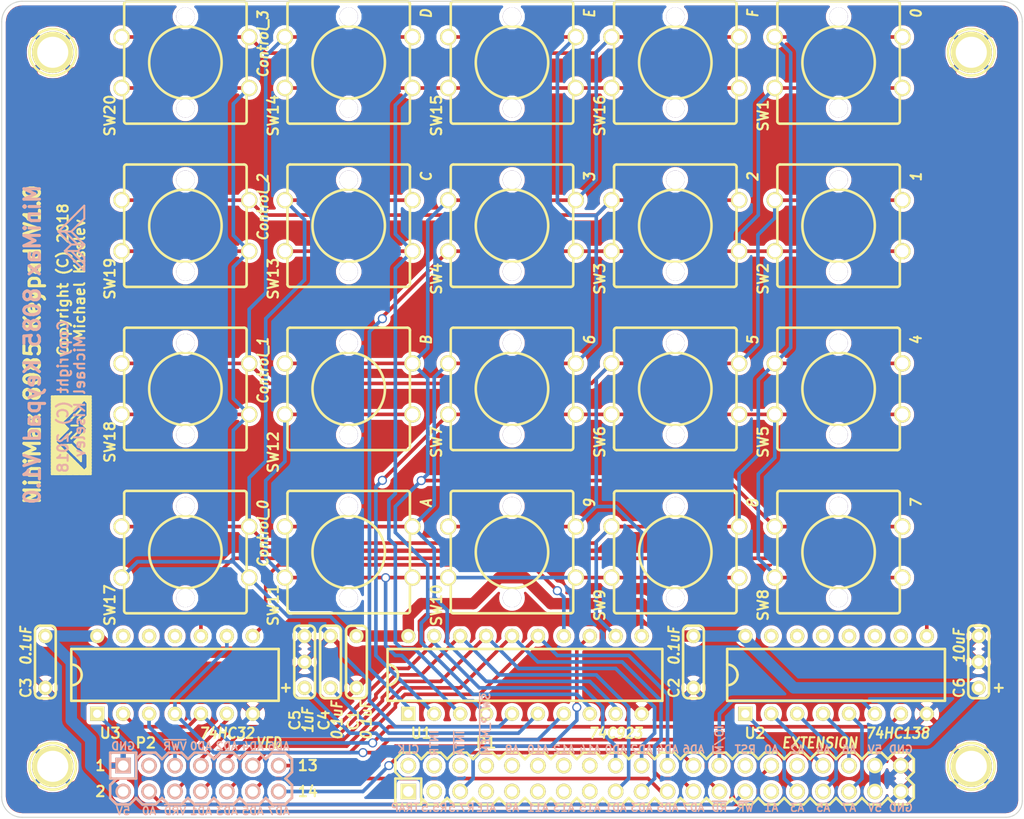
<source format=kicad_pcb>
(kicad_pcb (version 4) (host pcbnew 4.0.7-e2-6376~58~ubuntu16.04.1)
  (layers (0 F.Cu signal) (31 B.Cu signal) (34 B.Paste user) (35 F.Paste user) (36 B.SilkS user) (37 F.SilkS user) (38 B.Mask user) (39 F.Mask user) (44 Edge.Cuts user))
  (net 0 "")
  (net 1 /A0)
  (net 2 /A1)
  (net 3 /A2)
  (net 4 /A3)
  (net 5 /A4)
  (net 6 /A5)
  (net 7 /A6)
  (net 8 /A7)
  (net 9 /AD0)
  (net 10 /AD1)
  (net 11 /AD2)
  (net 12 /AD3)
  (net 13 /AD4)
  (net 14 /AD5)
  (net 15 /AD6)
  (net 16 /AD7)
  (net 17 /IO/~M)
  (net 18 /RESET)
  (net 19 /RST7_5)
  (net 20 /~RD)
  (net 21 /~WR)
  (net 22 GND)
  (net 23 VCC)
  (net 24 "Net-(U2-Pad15)")
  (net 25 "Net-(C4-Pad1)")
  (net 26 "Net-(C5-Pad1)")
  (net 27 "Net-(P1-Pad1)")
  (net 28 "Net-(P1-Pad2)")
  (net 29 "Net-(P1-Pad3)")
  (net 30 "Net-(P1-Pad4)")
  (net 31 "Net-(P1-Pad6)")
  (net 32 "Net-(P1-Pad7)")
  (net 33 "Net-(P1-Pad8)")
  (net 34 "Net-(P1-Pad9)")
  (net 35 "Net-(P1-Pad10)")
  (net 36 "Net-(P1-Pad11)")
  (net 37 "Net-(P1-Pad12)")
  (net 38 "Net-(P1-Pad13)")
  (net 39 "Net-(P1-Pad14)")
  (net 40 "Net-(P1-Pad15)")
  (net 41 "Net-(P1-Pad16)")
  (net 42 "Net-(P2-Pad3)")
  (net 43 /~VFD_WR)
  (net 44 /~VFD_RD)
  (net 45 "Net-(SW1-Pad1)")
  (net 46 "Net-(SW1-Pad2)")
  (net 47 "Net-(SW10-Pad1)")
  (net 48 "Net-(SW11-Pad1)")
  (net 49 "Net-(SW12-Pad1)")
  (net 50 "Net-(SW5-Pad2)")
  (net 51 "Net-(SW10-Pad2)")
  (net 52 "Net-(SW13-Pad2)")
  (net 53 "Net-(SW17-Pad2)")
  (net 54 /~KPD_RD)
  (net 55 /~VFD_CS)
  (net 56 /~KPD_CS)
  (net 57 "Net-(U2-Pad10)")
  (net 58 "Net-(U2-Pad11)")
  (net 59 "Net-(U2-Pad12)")
  (net 60 "Net-(U2-Pad13)")
  (net 61 "Net-(U2-Pad14)")
  (net 62 "Net-(U3-Pad11)")
  (net 63 "Net-(U3-Pad12)")
  (net 64 "Net-(U3-Pad13)")
  (module my_components:Conn_Pin_Header_20x2_2.54mm (layer F.Cu) (at 166.37 127)
    (fp_text reference P1 (at -16.51 -3.4925) (layer F.SilkS) (effects (font (size 1.016 1.016) (thickness 0.2032))))
    (fp_text value EXTENSION (at 16.1925 -3.4925) (layer F.SilkS) (effects (font (size 1.016 0.9144) (thickness 0.2032) italic)))
    (pad 1 thru_hole rect (at -24.13 1.27) (size 1.524 1.524) (drill 1.016) (layers *.Cu *.Mask F.SilkS) (net 27 "Net-(P1-Pad1)"))
    (pad 2 thru_hole circle (at -24.13 -1.27) (size 1.524 1.524) (drill 1.016) (layers *.Cu *.Mask F.SilkS) (net 28 "Net-(P1-Pad2)"))
    (pad 3 thru_hole circle (at -21.59 1.27) (size 1.524 1.524) (drill 1.016) (layers *.Cu *.Mask F.SilkS) (net 29 "Net-(P1-Pad3)"))
    (pad 4 thru_hole circle (at -21.59 -1.27) (size 1.524 1.524) (drill 1.016) (layers *.Cu *.Mask F.SilkS) (net 30 "Net-(P1-Pad4)"))
    (pad 5 thru_hole circle (at -19.05 1.27) (size 1.524 1.524) (drill 1.016) (layers *.Cu *.Mask F.SilkS) (net 19 /RST7_5))
    (pad 6 thru_hole circle (at -19.05 -1.27) (size 1.524 1.524) (drill 1.016) (layers *.Cu *.Mask F.SilkS) (net 31 "Net-(P1-Pad6)"))
    (pad 7 thru_hole circle (at -16.51 1.27) (size 1.524 1.524) (drill 1.016) (layers *.Cu *.Mask F.SilkS) (net 32 "Net-(P1-Pad7)"))
    (pad 8 thru_hole circle (at -16.51 -1.27) (size 1.524 1.524) (drill 1.016) (layers *.Cu *.Mask F.SilkS) (net 33 "Net-(P1-Pad8)"))
    (pad 9 thru_hole circle (at -13.97 1.27) (size 1.524 1.524) (drill 1.016) (layers *.Cu *.Mask F.SilkS) (net 34 "Net-(P1-Pad9)"))
    (pad 10 thru_hole circle (at -13.97 -1.27) (size 1.524 1.524) (drill 1.016) (layers *.Cu *.Mask F.SilkS) (net 35 "Net-(P1-Pad10)"))
    (pad 11 thru_hole circle (at -11.43 1.27) (size 1.524 1.524) (drill 1.016) (layers *.Cu *.Mask F.SilkS) (net 36 "Net-(P1-Pad11)"))
    (pad 12 thru_hole circle (at -11.43 -1.27) (size 1.524 1.524) (drill 1.016) (layers *.Cu *.Mask F.SilkS) (net 37 "Net-(P1-Pad12)"))
    (pad 13 thru_hole circle (at -8.89 1.27) (size 1.524 1.524) (drill 1.016) (layers *.Cu *.Mask F.SilkS) (net 38 "Net-(P1-Pad13)"))
    (pad 14 thru_hole circle (at -8.89 -1.27) (size 1.524 1.524) (drill 1.016) (layers *.Cu *.Mask F.SilkS) (net 39 "Net-(P1-Pad14)"))
    (pad 15 thru_hole circle (at -6.35 1.27) (size 1.524 1.524) (drill 1.016) (layers *.Cu *.Mask F.SilkS) (net 40 "Net-(P1-Pad15)"))
    (pad 16 thru_hole circle (at -6.35 -1.27) (size 1.524 1.524) (drill 1.016) (layers *.Cu *.Mask F.SilkS) (net 41 "Net-(P1-Pad16)"))
    (pad 17 thru_hole circle (at -3.81 1.27) (size 1.524 1.524) (drill 1.016) (layers *.Cu *.Mask F.SilkS) (net 10 /AD1))
    (pad 18 thru_hole circle (at -3.81 -1.27) (size 1.524 1.524) (drill 1.016) (layers *.Cu *.Mask F.SilkS) (net 9 /AD0))
    (pad 19 thru_hole circle (at -1.27 1.27) (size 1.524 1.524) (drill 1.016) (layers *.Cu *.Mask F.SilkS) (net 12 /AD3))
    (pad 20 thru_hole circle (at -1.27 -1.27) (size 1.524 1.524) (drill 1.016) (layers *.Cu *.Mask F.SilkS) (net 11 /AD2))
    (pad 21 thru_hole circle (at 1.27 1.27) (size 1.524 1.524) (drill 1.016) (layers *.Cu *.Mask F.SilkS) (net 14 /AD5))
    (pad 22 thru_hole circle (at 1.27 -1.27) (size 1.524 1.524) (drill 1.016) (layers *.Cu *.Mask F.SilkS) (net 13 /AD4))
    (pad 23 thru_hole circle (at 3.81 1.27) (size 1.524 1.524) (drill 1.016) (layers *.Cu *.Mask F.SilkS) (net 16 /AD7))
    (pad 24 thru_hole circle (at 3.81 -1.27) (size 1.524 1.524) (drill 1.016) (layers *.Cu *.Mask F.SilkS) (net 15 /AD6))
    (pad 25 thru_hole circle (at 6.35 1.27) (size 1.524 1.524) (drill 1.016) (layers *.Cu *.Mask F.SilkS) (net 20 /~RD))
    (pad 26 thru_hole circle (at 6.35 -1.27) (size 1.524 1.524) (drill 1.016) (layers *.Cu *.Mask F.SilkS) (net 17 /IO/~M))
    (pad 28 thru_hole circle (at 8.89 -1.27) (size 1.524 1.524) (drill 1.016) (layers *.Cu *.Mask F.SilkS) (net 18 /RESET))
    (pad 27 thru_hole circle (at 8.89 1.27) (size 1.524 1.524) (drill 1.016) (layers *.Cu *.Mask F.SilkS) (net 21 /~WR))
    (pad 30 thru_hole circle (at 11.43 -1.27) (size 1.524 1.524) (drill 1.016) (layers *.Cu *.Mask F.SilkS) (net 1 /A0))
    (pad 29 thru_hole circle (at 11.43 1.27) (size 1.524 1.524) (drill 1.016) (layers *.Cu *.Mask F.SilkS) (net 2 /A1))
    (pad 31 thru_hole circle (at 13.97 1.27) (size 1.524 1.524) (drill 1.016) (layers *.Cu *.Mask F.SilkS) (net 4 /A3))
    (pad 32 thru_hole circle (at 13.97 -1.27) (size 1.524 1.524) (drill 1.016) (layers *.Cu *.Mask F.SilkS) (net 3 /A2))
    (pad 33 thru_hole circle (at 16.51 1.27) (size 1.524 1.524) (drill 1.016) (layers *.Cu *.Mask F.SilkS) (net 6 /A5))
    (pad 34 thru_hole circle (at 16.51 -1.27) (size 1.524 1.524) (drill 1.016) (layers *.Cu *.Mask F.SilkS) (net 5 /A4))
    (pad 35 thru_hole circle (at 19.05 1.27) (size 1.524 1.524) (drill 1.016) (layers *.Cu *.Mask F.SilkS) (net 8 /A7))
    (pad 36 thru_hole circle (at 19.05 -1.27) (size 1.524 1.524) (drill 1.016) (layers *.Cu *.Mask F.SilkS) (net 7 /A6))
    (pad 37 thru_hole circle (at 21.59 1.27) (size 1.524 1.524) (drill 1.016) (layers *.Cu *.Mask F.SilkS) (net 23 VCC))
    (pad 38 thru_hole circle (at 21.59 -1.27) (size 1.524 1.524) (drill 1.016) (layers *.Cu *.Mask F.SilkS) (net 23 VCC))
    (pad 39 thru_hole circle (at 24.13 1.27) (size 1.524 1.524) (drill 1.016) (layers *.Cu *.Mask F.SilkS) (net 22 GND))
    (pad 40 thru_hole circle (at 24.13 -1.27) (size 1.524 1.524) (drill 1.016) (layers *.Cu *.Mask F.SilkS) (net 22 GND))
  )
  (module my_components:Hole_3mm (layer F.Cu) (at 197.4 125.8 180)
    (fp_text reference HOLE1 hide)
    (fp_text value HOLE hide)
    (pad 1 thru_hole circle (at 0 0 180) (size 4.064 4.064) (drill 3.048) (layers *.Cu *.Mask F.SilkS) (net 22 GND))
  )
  (module my_components:Hole_3mm (layer F.Cu) (at 107.4 125.8 180)
    (fp_text reference HOLE2 hide)
    (fp_text value HOLE hide)
    (pad 1 thru_hole circle (at 0 0 180) (size 4.064 4.064) (drill 3.048) (layers *.Cu *.Mask F.SilkS) (net 22 GND))
  )
  (module my_components:Hole_3mm (layer F.Cu) (at 197.4 55.8 180)
    (fp_text reference HOLE3 hide)
    (fp_text value HOLE hide)
    (pad 1 thru_hole circle (at 0 0 180) (size 4.064 4.064) (drill 3.048) (layers *.Cu *.Mask F.SilkS) (net 22 GND))
  )
  (module my_components:Hole_3mm (layer F.Cu) (at 107.4 55.8 180)
    (fp_text reference HOLE4 hide)
    (fp_text value HOLE hide)
    (pad 1 thru_hole circle (at 0 0 180) (size 4.064 4.064) (drill 3.048) (layers *.Cu *.Mask F.SilkS) (net 22 GND))
  )
  (module My_Components:Cap_Cer_508 (layer F.Cu) (at 137.16 115.57 270)
    (fp_text reference C1 (at 5.715 0.3175 270) (layer F.SilkS) (effects (font (size 1.016 1.016) (thickness 0.2032))))
    (fp_text value 0.1uF (at 5.715 -0.9525 270) (layer F.SilkS) (effects (font (size 1.016 0.9144) (thickness 0.2032) italic)))
    (pad 1 thru_hole circle (at -2.54 0 270) (size 1.397 1.397) (drill 0.8128) (layers *.Cu *.Mask F.SilkS) (net 23 VCC))
    (pad 2 thru_hole circle (at 2.54 0 270) (size 1.397 1.397) (drill 0.8128) (layers *.Cu *.Mask F.SilkS) (net 22 GND))
  )
  (module My_Components:Cap_Cer_508 (layer F.Cu) (at 170.18 115.57 270)
    (fp_text reference C2 (at 2.54 1.905 270) (layer F.SilkS) (effects (font (size 1.016 1.016) (thickness 0.2032))))
    (fp_text value 0.1uF (at -1.5875 1.905 270) (layer F.SilkS) (effects (font (size 1.016 0.9144) (thickness 0.2032) italic)))
    (pad 1 thru_hole circle (at -2.54 0 270) (size 1.397 1.397) (drill 0.8128) (layers *.Cu *.Mask F.SilkS) (net 23 VCC))
    (pad 2 thru_hole circle (at 2.54 0 270) (size 1.397 1.397) (drill 0.8128) (layers *.Cu *.Mask F.SilkS) (net 22 GND))
  )
  (module My_Components:Cap_Cer_508 (layer F.Cu) (at 106.68 115.57 270)
    (fp_text reference C3 (at 2.54 1.905 270) (layer F.SilkS) (effects (font (size 1.016 1.016) (thickness 0.2032))))
    (fp_text value 0.1uF (at -1.5875 1.905 270) (layer F.SilkS) (effects (font (size 1.016 0.9144) (thickness 0.2032) italic)))
    (pad 1 thru_hole circle (at -2.54 0 270) (size 1.397 1.397) (drill 0.8128) (layers *.Cu *.Mask F.SilkS) (net 23 VCC))
    (pad 2 thru_hole circle (at 2.54 0 270) (size 1.397 1.397) (drill 0.8128) (layers *.Cu *.Mask F.SilkS) (net 22 GND))
  )
  (module My_Components:Cap_Cer_508 (layer F.Cu) (at 134.62 115.57 90)
    (fp_text reference C4 (at -5.715 -0.635 90) (layer F.SilkS) (effects (font (size 1.016 1.016) (thickness 0.2032))))
    (fp_text value 0.1uF (at -5.715 0.635 90) (layer F.SilkS) (effects (font (size 1.016 0.9144) (thickness 0.2032) italic)))
    (pad 1 thru_hole circle (at -2.54 0 90) (size 1.397 1.397) (drill 0.8128) (layers *.Cu *.Mask F.SilkS) (net 25 "Net-(C4-Pad1)"))
    (pad 2 thru_hole circle (at 2.54 0 90) (size 1.397 1.397) (drill 0.8128) (layers *.Cu *.Mask F.SilkS) (net 22 GND))
  )
  (module My_Components:Cap_Pol_508_3 (layer F.Cu) (at 132.08 115.57 90)
    (fp_text reference C5 (at -5.715 -0.9525 90) (layer F.SilkS) (effects (font (size 1.016 1.016) (thickness 0.2032))))
    (fp_text value 1uF (at -5.715 0.3175 90) (layer F.SilkS) (effects (font (size 1.016 0.9144) (thickness 0.2032) italic)))
    (fp_text user + (at -2.54 -1.905 90) (layer F.SilkS) (effects (font (size 1.016 1.016) (thickness 0.2032))))
    (pad 2 thru_hole circle (at 0 0 90) (size 1.397 1.397) (drill 0.8128) (layers *.Cu *.Mask F.SilkS) (net 22 GND))
    (pad 1 thru_hole circle (at -2.54 0 90) (size 1.397 1.397) (drill 0.8128) (layers *.Cu *.Mask F.SilkS) (net 26 "Net-(C5-Pad1)"))
    (pad 2 thru_hole circle (at 2.54 0 90) (size 1.397 1.397) (drill 0.8128) (layers *.Cu *.Mask F.SilkS) (net 22 GND))
  )
  (module My_Components:Cap_Pol_508_3 (layer F.Cu) (at 198.12 115.57 90)
    (fp_text reference C6 (at -2.54 -1.905 90) (layer F.SilkS) (effects (font (size 1.016 1.016) (thickness 0.2032))))
    (fp_text value 10uF (at 1.5875 -1.905 90) (layer F.SilkS) (effects (font (size 1.016 0.9144) (thickness 0.2032) italic)))
    (fp_text user + (at -2.54 1.905 90) (layer F.SilkS) (effects (font (size 1.016 1.016) (thickness 0.2032))))
    (pad 2 thru_hole circle (at 0 0 90) (size 1.397 1.397) (drill 0.8128) (layers *.Cu *.Mask F.SilkS) (net 22 GND))
    (pad 1 thru_hole circle (at -2.54 0 90) (size 1.397 1.397) (drill 0.8128) (layers *.Cu *.Mask F.SilkS) (net 23 VCC))
    (pad 2 thru_hole circle (at 2.54 0 90) (size 1.397 1.397) (drill 0.8128) (layers *.Cu *.Mask F.SilkS) (net 22 GND))
  )
  (module My_Components:Conn_Pin_Header_7x2_2.54mm (layer B.Cu) (at 121.92 127)
    (fp_text reference P2 (at -5.3975 -3.4925) (layer F.SilkS) (effects (font (size 1.016 1.016) (thickness 0.2032))))
    (fp_text value VFD (at 6.6675 -3.4925) (layer F.SilkS) (effects (font (size 1.016 0.9144) (thickness 0.2032) italic)))
    (pad 1 thru_hole rect (at -7.62 -1.27) (size 1.524 1.524) (drill 1.016) (layers *.Cu *.Mask B.SilkS) (net 22 GND))
    (pad 2 thru_hole circle (at -7.62 1.27) (size 1.524 1.524) (drill 1.016) (layers *.Cu *.Mask B.SilkS) (net 23 VCC))
    (pad 3 thru_hole circle (at -5.08 -1.27) (size 1.524 1.524) (drill 1.016) (layers *.Cu *.Mask B.SilkS) (net 42 "Net-(P2-Pad3)"))
    (pad 4 thru_hole circle (at -5.08 1.27) (size 1.524 1.524) (drill 1.016) (layers *.Cu *.Mask B.SilkS) (net 1 /A0))
    (pad 5 thru_hole circle (at -2.54 -1.27) (size 1.524 1.524) (drill 1.016) (layers *.Cu *.Mask B.SilkS) (net 43 /~VFD_WR))
    (pad 6 thru_hole circle (at -2.54 1.27) (size 1.524 1.524) (drill 1.016) (layers *.Cu *.Mask B.SilkS) (net 44 /~VFD_RD))
    (pad 7 thru_hole circle (at 0 -1.27) (size 1.524 1.524) (drill 1.016) (layers *.Cu *.Mask B.SilkS) (net 9 /AD0))
    (pad 8 thru_hole circle (at 0 1.27) (size 1.524 1.524) (drill 1.016) (layers *.Cu *.Mask B.SilkS) (net 10 /AD1))
    (pad 9 thru_hole circle (at 2.54 -1.27) (size 1.524 1.524) (drill 1.016) (layers *.Cu *.Mask B.SilkS) (net 11 /AD2))
    (pad 10 thru_hole circle (at 2.54 1.27) (size 1.524 1.524) (drill 1.016) (layers *.Cu *.Mask B.SilkS) (net 12 /AD3))
    (pad 11 thru_hole circle (at 5.08 -1.27) (size 1.524 1.524) (drill 1.016) (layers *.Cu *.Mask B.SilkS) (net 13 /AD4))
    (pad 12 thru_hole circle (at 5.08 1.27) (size 1.524 1.524) (drill 1.016) (layers *.Cu *.Mask B.SilkS) (net 14 /AD5))
    (pad 13 thru_hole circle (at 7.62 -1.27) (size 1.524 1.524) (drill 1.016) (layers *.Cu *.Mask B.SilkS) (net 15 /AD6))
    (pad 14 thru_hole circle (at 7.62 1.27) (size 1.524 1.524) (drill 1.016) (layers *.Cu *.Mask B.SilkS) (net 16 /AD7))
  )
  (module My_Components:Switch_Tactile_12mm (layer F.Cu) (at 184.4 56.8)
    (fp_text reference SW1 (at -7.4 5.2 90) (layer F.SilkS) (effects (font (size 1.016 1.016) (thickness 0.2032))))
    (fp_text value 0 (at 7.6 -4.8 90) (layer F.SilkS) (effects (font (size 1.016 0.9144) (thickness 0.2032) italic)))
    (pad 1 thru_hole circle (at 6.25 -2.5) (size 1.6 1.6) (drill 1.2) (layers *.Cu *.Mask F.SilkS) (net 45 "Net-(SW1-Pad1)"))
    (pad 2 thru_hole circle (at 6.25 2.5) (size 1.6 1.6) (drill 1.2) (layers *.Cu *.Mask F.SilkS) (net 46 "Net-(SW1-Pad2)"))
    (pad 1 thru_hole circle (at -6.25 -2.5) (size 1.6 1.6) (drill 1.2) (layers *.Cu *.Mask F.SilkS) (net 45 "Net-(SW1-Pad1)"))
    (pad 2 thru_hole circle (at -6.25 2.5) (size 1.6 1.6) (drill 1.2) (layers *.Cu *.Mask F.SilkS) (net 46 "Net-(SW1-Pad2)"))
    (pad ~ thru_hole circle (at 0 4.5) (size 1.8 1.8) (drill 1.8) (layers *.Cu *.Mask))
    (pad ~ thru_hole circle (at 0 -4.5) (size 1.8 1.8) (drill 1.8) (layers *.Cu *.Mask))
  )
  (module My_Components:Switch_Tactile_12mm (layer F.Cu) (at 184.4 72.8)
    (fp_text reference SW2 (at -7.4 5.2 90) (layer F.SilkS) (effects (font (size 1.016 1.016) (thickness 0.2032))))
    (fp_text value 1 (at 7.6 -4.8 270) (layer F.SilkS) (effects (font (size 1.016 0.9144) (thickness 0.2032) italic)))
    (pad 1 thru_hole circle (at 6.25 -2.5) (size 1.6 1.6) (drill 1.2) (layers *.Cu *.Mask F.SilkS) (net 47 "Net-(SW10-Pad1)"))
    (pad 2 thru_hole circle (at 6.25 2.5) (size 1.6 1.6) (drill 1.2) (layers *.Cu *.Mask F.SilkS) (net 46 "Net-(SW1-Pad2)"))
    (pad 1 thru_hole circle (at -6.25 -2.5) (size 1.6 1.6) (drill 1.2) (layers *.Cu *.Mask F.SilkS) (net 47 "Net-(SW10-Pad1)"))
    (pad 2 thru_hole circle (at -6.25 2.5) (size 1.6 1.6) (drill 1.2) (layers *.Cu *.Mask F.SilkS) (net 46 "Net-(SW1-Pad2)"))
    (pad ~ thru_hole circle (at 0 4.5) (size 1.8 1.8) (drill 1.8) (layers *.Cu *.Mask))
    (pad ~ thru_hole circle (at 0 -4.5) (size 1.8 1.8) (drill 1.8) (layers *.Cu *.Mask))
  )
  (module My_Components:Switch_Tactile_12mm (layer F.Cu) (at 168.4 72.8)
    (fp_text reference SW3 (at -7.4 5.2 90) (layer F.SilkS) (effects (font (size 1.016 1.016) (thickness 0.2032))))
    (fp_text value 2 (at 7.6 -4.8 90) (layer F.SilkS) (effects (font (size 1.016 0.9144) (thickness 0.2032) italic)))
    (pad 1 thru_hole circle (at 6.25 -2.5) (size 1.6 1.6) (drill 1.2) (layers *.Cu *.Mask F.SilkS) (net 48 "Net-(SW11-Pad1)"))
    (pad 2 thru_hole circle (at 6.25 2.5) (size 1.6 1.6) (drill 1.2) (layers *.Cu *.Mask F.SilkS) (net 46 "Net-(SW1-Pad2)"))
    (pad 1 thru_hole circle (at -6.25 -2.5) (size 1.6 1.6) (drill 1.2) (layers *.Cu *.Mask F.SilkS) (net 48 "Net-(SW11-Pad1)"))
    (pad 2 thru_hole circle (at -6.25 2.5) (size 1.6 1.6) (drill 1.2) (layers *.Cu *.Mask F.SilkS) (net 46 "Net-(SW1-Pad2)"))
    (pad ~ thru_hole circle (at 0 4.5) (size 1.8 1.8) (drill 1.8) (layers *.Cu *.Mask))
    (pad ~ thru_hole circle (at 0 -4.5) (size 1.8 1.8) (drill 1.8) (layers *.Cu *.Mask))
  )
  (module My_Components:Switch_Tactile_12mm (layer F.Cu) (at 152.4 72.8)
    (fp_text reference SW4 (at -7.4 5.2 90) (layer F.SilkS) (effects (font (size 1.016 1.016) (thickness 0.2032))))
    (fp_text value 3 (at 7.6 -4.8 90) (layer F.SilkS) (effects (font (size 1.016 0.9144) (thickness 0.2032) italic)))
    (pad 1 thru_hole circle (at 6.25 -2.5) (size 1.6 1.6) (drill 1.2) (layers *.Cu *.Mask F.SilkS) (net 49 "Net-(SW12-Pad1)"))
    (pad 2 thru_hole circle (at 6.25 2.5) (size 1.6 1.6) (drill 1.2) (layers *.Cu *.Mask F.SilkS) (net 46 "Net-(SW1-Pad2)"))
    (pad 1 thru_hole circle (at -6.25 -2.5) (size 1.6 1.6) (drill 1.2) (layers *.Cu *.Mask F.SilkS) (net 49 "Net-(SW12-Pad1)"))
    (pad 2 thru_hole circle (at -6.25 2.5) (size 1.6 1.6) (drill 1.2) (layers *.Cu *.Mask F.SilkS) (net 46 "Net-(SW1-Pad2)"))
    (pad ~ thru_hole circle (at 0 4.5) (size 1.8 1.8) (drill 1.8) (layers *.Cu *.Mask))
    (pad ~ thru_hole circle (at 0 -4.5) (size 1.8 1.8) (drill 1.8) (layers *.Cu *.Mask))
  )
  (module My_Components:Switch_Tactile_12mm (layer F.Cu) (at 184.4 88.8)
    (fp_text reference SW5 (at -7.4 5.2 90) (layer F.SilkS) (effects (font (size 1.016 1.016) (thickness 0.2032))))
    (fp_text value 4 (at 7.6 -4.8 90) (layer F.SilkS) (effects (font (size 1.016 0.9144) (thickness 0.2032) italic)))
    (pad 1 thru_hole circle (at 6.25 -2.5) (size 1.6 1.6) (drill 1.2) (layers *.Cu *.Mask F.SilkS) (net 45 "Net-(SW1-Pad1)"))
    (pad 2 thru_hole circle (at 6.25 2.5) (size 1.6 1.6) (drill 1.2) (layers *.Cu *.Mask F.SilkS) (net 50 "Net-(SW5-Pad2)"))
    (pad 1 thru_hole circle (at -6.25 -2.5) (size 1.6 1.6) (drill 1.2) (layers *.Cu *.Mask F.SilkS) (net 45 "Net-(SW1-Pad1)"))
    (pad 2 thru_hole circle (at -6.25 2.5) (size 1.6 1.6) (drill 1.2) (layers *.Cu *.Mask F.SilkS) (net 50 "Net-(SW5-Pad2)"))
    (pad ~ thru_hole circle (at 0 4.5) (size 1.8 1.8) (drill 1.8) (layers *.Cu *.Mask))
    (pad ~ thru_hole circle (at 0 -4.5) (size 1.8 1.8) (drill 1.8) (layers *.Cu *.Mask))
  )
  (module My_Components:Switch_Tactile_12mm (layer F.Cu) (at 168.4 88.8)
    (fp_text reference SW6 (at -7.4 5.2 90) (layer F.SilkS) (effects (font (size 1.016 1.016) (thickness 0.2032))))
    (fp_text value 5 (at 7.6 -4.8 90) (layer F.SilkS) (effects (font (size 1.016 0.9144) (thickness 0.2032) italic)))
    (pad 1 thru_hole circle (at 6.25 -2.5) (size 1.6 1.6) (drill 1.2) (layers *.Cu *.Mask F.SilkS) (net 47 "Net-(SW10-Pad1)"))
    (pad 2 thru_hole circle (at 6.25 2.5) (size 1.6 1.6) (drill 1.2) (layers *.Cu *.Mask F.SilkS) (net 50 "Net-(SW5-Pad2)"))
    (pad 1 thru_hole circle (at -6.25 -2.5) (size 1.6 1.6) (drill 1.2) (layers *.Cu *.Mask F.SilkS) (net 47 "Net-(SW10-Pad1)"))
    (pad 2 thru_hole circle (at -6.25 2.5) (size 1.6 1.6) (drill 1.2) (layers *.Cu *.Mask F.SilkS) (net 50 "Net-(SW5-Pad2)"))
    (pad ~ thru_hole circle (at 0 4.5) (size 1.8 1.8) (drill 1.8) (layers *.Cu *.Mask))
    (pad ~ thru_hole circle (at 0 -4.5) (size 1.8 1.8) (drill 1.8) (layers *.Cu *.Mask))
  )
  (module My_Components:Switch_Tactile_12mm (layer F.Cu) (at 152.4 88.8)
    (fp_text reference SW7 (at -7.4 5.2 90) (layer F.SilkS) (effects (font (size 1.016 1.016) (thickness 0.2032))))
    (fp_text value 6 (at 7.6 -4.8 90) (layer F.SilkS) (effects (font (size 1.016 0.9144) (thickness 0.2032) italic)))
    (pad 1 thru_hole circle (at 6.25 -2.5) (size 1.6 1.6) (drill 1.2) (layers *.Cu *.Mask F.SilkS) (net 48 "Net-(SW11-Pad1)"))
    (pad 2 thru_hole circle (at 6.25 2.5) (size 1.6 1.6) (drill 1.2) (layers *.Cu *.Mask F.SilkS) (net 50 "Net-(SW5-Pad2)"))
    (pad 1 thru_hole circle (at -6.25 -2.5) (size 1.6 1.6) (drill 1.2) (layers *.Cu *.Mask F.SilkS) (net 48 "Net-(SW11-Pad1)"))
    (pad 2 thru_hole circle (at -6.25 2.5) (size 1.6 1.6) (drill 1.2) (layers *.Cu *.Mask F.SilkS) (net 50 "Net-(SW5-Pad2)"))
    (pad ~ thru_hole circle (at 0 4.5) (size 1.8 1.8) (drill 1.8) (layers *.Cu *.Mask))
    (pad ~ thru_hole circle (at 0 -4.5) (size 1.8 1.8) (drill 1.8) (layers *.Cu *.Mask))
  )
  (module My_Components:Switch_Tactile_12mm (layer F.Cu) (at 184.4 104.8)
    (fp_text reference SW8 (at -7.4 5.2 90) (layer F.SilkS) (effects (font (size 1.016 1.016) (thickness 0.2032))))
    (fp_text value 7 (at 7.6 -4.8 90) (layer F.SilkS) (effects (font (size 1.016 0.9144) (thickness 0.2032) italic)))
    (pad 1 thru_hole circle (at 6.25 -2.5) (size 1.6 1.6) (drill 1.2) (layers *.Cu *.Mask F.SilkS) (net 49 "Net-(SW12-Pad1)"))
    (pad 2 thru_hole circle (at 6.25 2.5) (size 1.6 1.6) (drill 1.2) (layers *.Cu *.Mask F.SilkS) (net 50 "Net-(SW5-Pad2)"))
    (pad 1 thru_hole circle (at -6.25 -2.5) (size 1.6 1.6) (drill 1.2) (layers *.Cu *.Mask F.SilkS) (net 49 "Net-(SW12-Pad1)"))
    (pad 2 thru_hole circle (at -6.25 2.5) (size 1.6 1.6) (drill 1.2) (layers *.Cu *.Mask F.SilkS) (net 50 "Net-(SW5-Pad2)"))
    (pad ~ thru_hole circle (at 0 4.5) (size 1.8 1.8) (drill 1.8) (layers *.Cu *.Mask))
    (pad ~ thru_hole circle (at 0 -4.5) (size 1.8 1.8) (drill 1.8) (layers *.Cu *.Mask))
  )
  (module My_Components:Switch_Tactile_12mm (layer F.Cu) (at 168.4 104.8)
    (fp_text reference SW9 (at -7.4 5.2 90) (layer F.SilkS) (effects (font (size 1.016 1.016) (thickness 0.2032))))
    (fp_text value 8 (at 7.6 -4.8 90) (layer F.SilkS) (effects (font (size 1.016 0.9144) (thickness 0.2032) italic)))
    (pad 1 thru_hole circle (at 6.25 -2.5) (size 1.6 1.6) (drill 1.2) (layers *.Cu *.Mask F.SilkS) (net 45 "Net-(SW1-Pad1)"))
    (pad 2 thru_hole circle (at 6.25 2.5) (size 1.6 1.6) (drill 1.2) (layers *.Cu *.Mask F.SilkS) (net 51 "Net-(SW10-Pad2)"))
    (pad 1 thru_hole circle (at -6.25 -2.5) (size 1.6 1.6) (drill 1.2) (layers *.Cu *.Mask F.SilkS) (net 45 "Net-(SW1-Pad1)"))
    (pad 2 thru_hole circle (at -6.25 2.5) (size 1.6 1.6) (drill 1.2) (layers *.Cu *.Mask F.SilkS) (net 51 "Net-(SW10-Pad2)"))
    (pad ~ thru_hole circle (at 0 4.5) (size 1.8 1.8) (drill 1.8) (layers *.Cu *.Mask))
    (pad ~ thru_hole circle (at 0 -4.5) (size 1.8 1.8) (drill 1.8) (layers *.Cu *.Mask))
  )
  (module My_Components:Switch_Tactile_12mm (layer F.Cu) (at 152.4 104.8)
    (fp_text reference SW10 (at -7.4 5.2 90) (layer F.SilkS) (effects (font (size 1.016 1.016) (thickness 0.2032))))
    (fp_text value 9 (at 7.6 -4.8 90) (layer F.SilkS) (effects (font (size 1.016 0.9144) (thickness 0.2032) italic)))
    (pad 1 thru_hole circle (at 6.25 -2.5) (size 1.6 1.6) (drill 1.2) (layers *.Cu *.Mask F.SilkS) (net 47 "Net-(SW10-Pad1)"))
    (pad 2 thru_hole circle (at 6.25 2.5) (size 1.6 1.6) (drill 1.2) (layers *.Cu *.Mask F.SilkS) (net 51 "Net-(SW10-Pad2)"))
    (pad 1 thru_hole circle (at -6.25 -2.5) (size 1.6 1.6) (drill 1.2) (layers *.Cu *.Mask F.SilkS) (net 47 "Net-(SW10-Pad1)"))
    (pad 2 thru_hole circle (at -6.25 2.5) (size 1.6 1.6) (drill 1.2) (layers *.Cu *.Mask F.SilkS) (net 51 "Net-(SW10-Pad2)"))
    (pad ~ thru_hole circle (at 0 4.5) (size 1.8 1.8) (drill 1.8) (layers *.Cu *.Mask))
    (pad ~ thru_hole circle (at 0 -4.5) (size 1.8 1.8) (drill 1.8) (layers *.Cu *.Mask))
  )
  (module My_Components:Switch_Tactile_12mm (layer F.Cu) (at 136.4 104.8)
    (fp_text reference SW11 (at -7.4 5.2 90) (layer F.SilkS) (effects (font (size 1.016 1.016) (thickness 0.2032))))
    (fp_text value A (at 7.6 -4.8 90) (layer F.SilkS) (effects (font (size 1.016 0.9144) (thickness 0.2032) italic)))
    (pad 1 thru_hole circle (at 6.25 -2.5) (size 1.6 1.6) (drill 1.2) (layers *.Cu *.Mask F.SilkS) (net 48 "Net-(SW11-Pad1)"))
    (pad 2 thru_hole circle (at 6.25 2.5) (size 1.6 1.6) (drill 1.2) (layers *.Cu *.Mask F.SilkS) (net 51 "Net-(SW10-Pad2)"))
    (pad 1 thru_hole circle (at -6.25 -2.5) (size 1.6 1.6) (drill 1.2) (layers *.Cu *.Mask F.SilkS) (net 48 "Net-(SW11-Pad1)"))
    (pad 2 thru_hole circle (at -6.25 2.5) (size 1.6 1.6) (drill 1.2) (layers *.Cu *.Mask F.SilkS) (net 51 "Net-(SW10-Pad2)"))
    (pad ~ thru_hole circle (at 0 4.5) (size 1.8 1.8) (drill 1.8) (layers *.Cu *.Mask))
    (pad ~ thru_hole circle (at 0 -4.5) (size 1.8 1.8) (drill 1.8) (layers *.Cu *.Mask))
  )
  (module My_Components:Switch_Tactile_12mm (layer F.Cu) (at 136.4 88.8)
    (fp_text reference SW12 (at -7.4 6.2 90) (layer F.SilkS) (effects (font (size 1.016 1.016) (thickness 0.2032))))
    (fp_text value B (at 7.6 -4.8 90) (layer F.SilkS) (effects (font (size 1.016 0.9144) (thickness 0.2032) italic)))
    (pad 1 thru_hole circle (at 6.25 -2.5) (size 1.6 1.6) (drill 1.2) (layers *.Cu *.Mask F.SilkS) (net 49 "Net-(SW12-Pad1)"))
    (pad 2 thru_hole circle (at 6.25 2.5) (size 1.6 1.6) (drill 1.2) (layers *.Cu *.Mask F.SilkS) (net 51 "Net-(SW10-Pad2)"))
    (pad 1 thru_hole circle (at -6.25 -2.5) (size 1.6 1.6) (drill 1.2) (layers *.Cu *.Mask F.SilkS) (net 49 "Net-(SW12-Pad1)"))
    (pad 2 thru_hole circle (at -6.25 2.5) (size 1.6 1.6) (drill 1.2) (layers *.Cu *.Mask F.SilkS) (net 51 "Net-(SW10-Pad2)"))
    (pad ~ thru_hole circle (at 0 4.5) (size 1.8 1.8) (drill 1.8) (layers *.Cu *.Mask))
    (pad ~ thru_hole circle (at 0 -4.5) (size 1.8 1.8) (drill 1.8) (layers *.Cu *.Mask))
  )
  (module My_Components:Switch_Tactile_12mm (layer F.Cu) (at 136.4 72.8)
    (fp_text reference SW13 (at -7.4 5.2 90) (layer F.SilkS) (effects (font (size 1.016 1.016) (thickness 0.2032))))
    (fp_text value C (at 7.6 -4.8 90) (layer F.SilkS) (effects (font (size 1.016 0.9144) (thickness 0.2032) italic)))
    (pad 1 thru_hole circle (at 6.25 -2.5) (size 1.6 1.6) (drill 1.2) (layers *.Cu *.Mask F.SilkS) (net 45 "Net-(SW1-Pad1)"))
    (pad 2 thru_hole circle (at 6.25 2.5) (size 1.6 1.6) (drill 1.2) (layers *.Cu *.Mask F.SilkS) (net 52 "Net-(SW13-Pad2)"))
    (pad 1 thru_hole circle (at -6.25 -2.5) (size 1.6 1.6) (drill 1.2) (layers *.Cu *.Mask F.SilkS) (net 45 "Net-(SW1-Pad1)"))
    (pad 2 thru_hole circle (at -6.25 2.5) (size 1.6 1.6) (drill 1.2) (layers *.Cu *.Mask F.SilkS) (net 52 "Net-(SW13-Pad2)"))
    (pad ~ thru_hole circle (at 0 4.5) (size 1.8 1.8) (drill 1.8) (layers *.Cu *.Mask))
    (pad ~ thru_hole circle (at 0 -4.5) (size 1.8 1.8) (drill 1.8) (layers *.Cu *.Mask))
  )
  (module My_Components:Switch_Tactile_12mm (layer F.Cu) (at 136.4 56.8)
    (fp_text reference SW14 (at -7.4 5.2 90) (layer F.SilkS) (effects (font (size 1.016 1.016) (thickness 0.2032))))
    (fp_text value D (at 7.6 -4.8 90) (layer F.SilkS) (effects (font (size 1.016 0.9144) (thickness 0.2032) italic)))
    (pad 1 thru_hole circle (at 6.25 -2.5) (size 1.6 1.6) (drill 1.2) (layers *.Cu *.Mask F.SilkS) (net 47 "Net-(SW10-Pad1)"))
    (pad 2 thru_hole circle (at 6.25 2.5) (size 1.6 1.6) (drill 1.2) (layers *.Cu *.Mask F.SilkS) (net 52 "Net-(SW13-Pad2)"))
    (pad 1 thru_hole circle (at -6.25 -2.5) (size 1.6 1.6) (drill 1.2) (layers *.Cu *.Mask F.SilkS) (net 47 "Net-(SW10-Pad1)"))
    (pad 2 thru_hole circle (at -6.25 2.5) (size 1.6 1.6) (drill 1.2) (layers *.Cu *.Mask F.SilkS) (net 52 "Net-(SW13-Pad2)"))
    (pad ~ thru_hole circle (at 0 4.5) (size 1.8 1.8) (drill 1.8) (layers *.Cu *.Mask))
    (pad ~ thru_hole circle (at 0 -4.5) (size 1.8 1.8) (drill 1.8) (layers *.Cu *.Mask))
  )
  (module My_Components:Switch_Tactile_12mm (layer F.Cu) (at 152.4 56.8)
    (fp_text reference SW15 (at -7.4 5.2 90) (layer F.SilkS) (effects (font (size 1.016 1.016) (thickness 0.2032))))
    (fp_text value E (at 7.6 -4.8 90) (layer F.SilkS) (effects (font (size 1.016 0.9144) (thickness 0.2032) italic)))
    (pad 1 thru_hole circle (at 6.25 -2.5) (size 1.6 1.6) (drill 1.2) (layers *.Cu *.Mask F.SilkS) (net 48 "Net-(SW11-Pad1)"))
    (pad 2 thru_hole circle (at 6.25 2.5) (size 1.6 1.6) (drill 1.2) (layers *.Cu *.Mask F.SilkS) (net 52 "Net-(SW13-Pad2)"))
    (pad 1 thru_hole circle (at -6.25 -2.5) (size 1.6 1.6) (drill 1.2) (layers *.Cu *.Mask F.SilkS) (net 48 "Net-(SW11-Pad1)"))
    (pad 2 thru_hole circle (at -6.25 2.5) (size 1.6 1.6) (drill 1.2) (layers *.Cu *.Mask F.SilkS) (net 52 "Net-(SW13-Pad2)"))
    (pad ~ thru_hole circle (at 0 4.5) (size 1.8 1.8) (drill 1.8) (layers *.Cu *.Mask))
    (pad ~ thru_hole circle (at 0 -4.5) (size 1.8 1.8) (drill 1.8) (layers *.Cu *.Mask))
  )
  (module My_Components:Switch_Tactile_12mm (layer F.Cu) (at 168.4 56.8)
    (fp_text reference SW16 (at -7.4 5.2 90) (layer F.SilkS) (effects (font (size 1.016 1.016) (thickness 0.2032))))
    (fp_text value F (at 7.6 -4.8 90) (layer F.SilkS) (effects (font (size 1.016 0.9144) (thickness 0.2032) italic)))
    (pad 1 thru_hole circle (at 6.25 -2.5) (size 1.6 1.6) (drill 1.2) (layers *.Cu *.Mask F.SilkS) (net 49 "Net-(SW12-Pad1)"))
    (pad 2 thru_hole circle (at 6.25 2.5) (size 1.6 1.6) (drill 1.2) (layers *.Cu *.Mask F.SilkS) (net 52 "Net-(SW13-Pad2)"))
    (pad 1 thru_hole circle (at -6.25 -2.5) (size 1.6 1.6) (drill 1.2) (layers *.Cu *.Mask F.SilkS) (net 49 "Net-(SW12-Pad1)"))
    (pad 2 thru_hole circle (at -6.25 2.5) (size 1.6 1.6) (drill 1.2) (layers *.Cu *.Mask F.SilkS) (net 52 "Net-(SW13-Pad2)"))
    (pad ~ thru_hole circle (at 0 4.5) (size 1.8 1.8) (drill 1.8) (layers *.Cu *.Mask))
    (pad ~ thru_hole circle (at 0 -4.5) (size 1.8 1.8) (drill 1.8) (layers *.Cu *.Mask))
  )
  (module My_Components:Switch_Tactile_12mm (layer F.Cu) (at 120.4 104.8)
    (fp_text reference SW17 (at -7.4 5.2 90) (layer F.SilkS) (effects (font (size 1.016 1.016) (thickness 0.2032))))
    (fp_text value Control_0 (at 7.6 -1.8 90) (layer F.SilkS) (effects (font (size 1.016 0.9144) (thickness 0.2032) italic)))
    (pad 1 thru_hole circle (at 6.25 -2.5) (size 1.6 1.6) (drill 1.2) (layers *.Cu *.Mask F.SilkS) (net 45 "Net-(SW1-Pad1)"))
    (pad 2 thru_hole circle (at 6.25 2.5) (size 1.6 1.6) (drill 1.2) (layers *.Cu *.Mask F.SilkS) (net 53 "Net-(SW17-Pad2)"))
    (pad 1 thru_hole circle (at -6.25 -2.5) (size 1.6 1.6) (drill 1.2) (layers *.Cu *.Mask F.SilkS) (net 45 "Net-(SW1-Pad1)"))
    (pad 2 thru_hole circle (at -6.25 2.5) (size 1.6 1.6) (drill 1.2) (layers *.Cu *.Mask F.SilkS) (net 53 "Net-(SW17-Pad2)"))
    (pad ~ thru_hole circle (at 0 4.5) (size 1.8 1.8) (drill 1.8) (layers *.Cu *.Mask))
    (pad ~ thru_hole circle (at 0 -4.5) (size 1.8 1.8) (drill 1.8) (layers *.Cu *.Mask))
  )
  (module My_Components:Switch_Tactile_12mm (layer F.Cu) (at 120.4 88.8)
    (fp_text reference SW18 (at -7.4 5.2 90) (layer F.SilkS) (effects (font (size 1.016 1.016) (thickness 0.2032))))
    (fp_text value Control_1 (at 7.6 -1.8 90) (layer F.SilkS) (effects (font (size 1.016 0.9144) (thickness 0.2032) italic)))
    (pad 1 thru_hole circle (at 6.25 -2.5) (size 1.6 1.6) (drill 1.2) (layers *.Cu *.Mask F.SilkS) (net 47 "Net-(SW10-Pad1)"))
    (pad 2 thru_hole circle (at 6.25 2.5) (size 1.6 1.6) (drill 1.2) (layers *.Cu *.Mask F.SilkS) (net 53 "Net-(SW17-Pad2)"))
    (pad 1 thru_hole circle (at -6.25 -2.5) (size 1.6 1.6) (drill 1.2) (layers *.Cu *.Mask F.SilkS) (net 47 "Net-(SW10-Pad1)"))
    (pad 2 thru_hole circle (at -6.25 2.5) (size 1.6 1.6) (drill 1.2) (layers *.Cu *.Mask F.SilkS) (net 53 "Net-(SW17-Pad2)"))
    (pad ~ thru_hole circle (at 0 4.5) (size 1.8 1.8) (drill 1.8) (layers *.Cu *.Mask))
    (pad ~ thru_hole circle (at 0 -4.5) (size 1.8 1.8) (drill 1.8) (layers *.Cu *.Mask))
  )
  (module My_Components:Switch_Tactile_12mm (layer F.Cu) (at 120.4 72.8)
    (fp_text reference SW19 (at -7.4 5.2 90) (layer F.SilkS) (effects (font (size 1.016 1.016) (thickness 0.2032))))
    (fp_text value Control_2 (at 7.6 -1.8 90) (layer F.SilkS) (effects (font (size 1.016 0.9144) (thickness 0.2032) italic)))
    (pad 1 thru_hole circle (at 6.25 -2.5) (size 1.6 1.6) (drill 1.2) (layers *.Cu *.Mask F.SilkS) (net 48 "Net-(SW11-Pad1)"))
    (pad 2 thru_hole circle (at 6.25 2.5) (size 1.6 1.6) (drill 1.2) (layers *.Cu *.Mask F.SilkS) (net 53 "Net-(SW17-Pad2)"))
    (pad 1 thru_hole circle (at -6.25 -2.5) (size 1.6 1.6) (drill 1.2) (layers *.Cu *.Mask F.SilkS) (net 48 "Net-(SW11-Pad1)"))
    (pad 2 thru_hole circle (at -6.25 2.5) (size 1.6 1.6) (drill 1.2) (layers *.Cu *.Mask F.SilkS) (net 53 "Net-(SW17-Pad2)"))
    (pad ~ thru_hole circle (at 0 4.5) (size 1.8 1.8) (drill 1.8) (layers *.Cu *.Mask))
    (pad ~ thru_hole circle (at 0 -4.5) (size 1.8 1.8) (drill 1.8) (layers *.Cu *.Mask))
  )
  (module My_Components:Switch_Tactile_12mm (layer F.Cu) (at 120.4 56.8)
    (fp_text reference SW20 (at -7.4 5.2 90) (layer F.SilkS) (effects (font (size 1.016 1.016) (thickness 0.2032))))
    (fp_text value Control_3 (at 7.6 -1.8 90) (layer F.SilkS) (effects (font (size 1.016 0.9144) (thickness 0.2032) italic)))
    (pad 1 thru_hole circle (at 6.25 -2.5) (size 1.6 1.6) (drill 1.2) (layers *.Cu *.Mask F.SilkS) (net 49 "Net-(SW12-Pad1)"))
    (pad 2 thru_hole circle (at 6.25 2.5) (size 1.6 1.6) (drill 1.2) (layers *.Cu *.Mask F.SilkS) (net 53 "Net-(SW17-Pad2)"))
    (pad 1 thru_hole circle (at -6.25 -2.5) (size 1.6 1.6) (drill 1.2) (layers *.Cu *.Mask F.SilkS) (net 49 "Net-(SW12-Pad1)"))
    (pad 2 thru_hole circle (at -6.25 2.5) (size 1.6 1.6) (drill 1.2) (layers *.Cu *.Mask F.SilkS) (net 53 "Net-(SW17-Pad2)"))
    (pad ~ thru_hole circle (at 0 4.5) (size 1.8 1.8) (drill 1.8) (layers *.Cu *.Mask))
    (pad ~ thru_hole circle (at 0 -4.5) (size 1.8 1.8) (drill 1.8) (layers *.Cu *.Mask))
  )
  (module My_Components:IC_DIP20_300 (layer F.Cu) (at 153.67 116.84)
    (fp_text reference U1 (at -10.16 5.715) (layer F.SilkS) (effects (font (size 1.016 1.016) (thickness 0.2032))))
    (fp_text value 74C923 (at 8.89 5.715) (layer F.SilkS) (effects (font (size 1.016 0.9144) (thickness 0.2032) italic)))
    (pad 1 thru_hole rect (at -11.43 3.81) (size 1.397 1.397) (drill 0.8128) (layers *.Cu *.Mask F.SilkS) (net 46 "Net-(SW1-Pad2)"))
    (pad 2 thru_hole circle (at -8.89 3.81) (size 1.397 1.397) (drill 0.8128) (layers *.Cu *.Mask F.SilkS) (net 50 "Net-(SW5-Pad2)"))
    (pad 3 thru_hole circle (at -6.35 3.81) (size 1.397 1.397) (drill 0.8128) (layers *.Cu *.Mask F.SilkS) (net 51 "Net-(SW10-Pad2)"))
    (pad 4 thru_hole circle (at -3.81 3.81) (size 1.397 1.397) (drill 0.8128) (layers *.Cu *.Mask F.SilkS) (net 52 "Net-(SW13-Pad2)"))
    (pad 5 thru_hole circle (at -1.27 3.81) (size 1.397 1.397) (drill 0.8128) (layers *.Cu *.Mask F.SilkS) (net 53 "Net-(SW17-Pad2)"))
    (pad 6 thru_hole circle (at 1.27 3.81) (size 1.397 1.397) (drill 0.8128) (layers *.Cu *.Mask F.SilkS) (net 25 "Net-(C4-Pad1)"))
    (pad 7 thru_hole circle (at 3.81 3.81) (size 1.397 1.397) (drill 0.8128) (layers *.Cu *.Mask F.SilkS) (net 26 "Net-(C5-Pad1)"))
    (pad 8 thru_hole circle (at 6.35 3.81) (size 1.397 1.397) (drill 0.8128) (layers *.Cu *.Mask F.SilkS) (net 49 "Net-(SW12-Pad1)"))
    (pad 9 thru_hole circle (at 8.89 3.81) (size 1.397 1.397) (drill 0.8128) (layers *.Cu *.Mask F.SilkS) (net 48 "Net-(SW11-Pad1)"))
    (pad 10 thru_hole circle (at 11.43 3.81) (size 1.397 1.397) (drill 0.8128) (layers *.Cu *.Mask F.SilkS) (net 22 GND))
    (pad 11 thru_hole circle (at 11.43 -3.81) (size 1.397 1.397) (drill 0.8128) (layers *.Cu *.Mask F.SilkS) (net 47 "Net-(SW10-Pad1)"))
    (pad 12 thru_hole circle (at 8.89 -3.81) (size 1.397 1.397) (drill 0.8128) (layers *.Cu *.Mask F.SilkS) (net 45 "Net-(SW1-Pad1)"))
    (pad 13 thru_hole circle (at 6.35 -3.81) (size 1.397 1.397) (drill 0.8128) (layers *.Cu *.Mask F.SilkS) (net 19 /RST7_5))
    (pad 14 thru_hole circle (at 3.81 -3.81) (size 1.397 1.397) (drill 0.8128) (layers *.Cu *.Mask F.SilkS) (net 54 /~KPD_RD))
    (pad 15 thru_hole circle (at 1.27 -3.81) (size 1.397 1.397) (drill 0.8128) (layers *.Cu *.Mask F.SilkS) (net 13 /AD4))
    (pad 16 thru_hole circle (at -1.27 -3.81) (size 1.397 1.397) (drill 0.8128) (layers *.Cu *.Mask F.SilkS) (net 12 /AD3))
    (pad 17 thru_hole circle (at -3.81 -3.81) (size 1.397 1.397) (drill 0.8128) (layers *.Cu *.Mask F.SilkS) (net 11 /AD2))
    (pad 18 thru_hole circle (at -6.35 -3.81) (size 1.397 1.397) (drill 0.8128) (layers *.Cu *.Mask F.SilkS) (net 10 /AD1))
    (pad 19 thru_hole circle (at -8.89 -3.81) (size 1.397 1.397) (drill 0.8128) (layers *.Cu *.Mask F.SilkS) (net 9 /AD0))
    (pad 20 thru_hole circle (at -11.43 -3.81) (size 1.397 1.397) (drill 0.8128) (layers *.Cu *.Mask F.SilkS) (net 23 VCC))
  )
  (module My_Components:IC_DIP16_300 (layer F.Cu) (at 184.15 116.84)
    (fp_text reference U2 (at -7.9375 5.715) (layer F.SilkS) (effects (font (size 1.016 1.016) (thickness 0.2032))))
    (fp_text value 74HC138 (at 6.0325 5.715) (layer F.SilkS) (effects (font (size 1.016 0.9144) (thickness 0.2032) italic)))
    (pad 1 thru_hole rect (at -8.89 3.81) (size 1.397 1.397) (drill 0.8128) (layers *.Cu *.Mask F.SilkS) (net 4 /A3))
    (pad 2 thru_hole circle (at -6.35 3.81) (size 1.397 1.397) (drill 0.8128) (layers *.Cu *.Mask F.SilkS) (net 5 /A4))
    (pad 3 thru_hole circle (at -3.81 3.81) (size 1.397 1.397) (drill 0.8128) (layers *.Cu *.Mask F.SilkS) (net 6 /A5))
    (pad 4 thru_hole circle (at -1.27 3.81) (size 1.397 1.397) (drill 0.8128) (layers *.Cu *.Mask F.SilkS) (net 7 /A6))
    (pad 5 thru_hole circle (at 1.27 3.81) (size 1.397 1.397) (drill 0.8128) (layers *.Cu *.Mask F.SilkS) (net 8 /A7))
    (pad 6 thru_hole circle (at 3.81 3.81) (size 1.397 1.397) (drill 0.8128) (layers *.Cu *.Mask F.SilkS) (net 17 /IO/~M))
    (pad 7 thru_hole circle (at 6.35 3.81) (size 1.397 1.397) (drill 0.8128) (layers *.Cu *.Mask F.SilkS) (net 55 /~VFD_CS))
    (pad 8 thru_hole circle (at 8.89 3.81) (size 1.397 1.397) (drill 0.8128) (layers *.Cu *.Mask F.SilkS) (net 22 GND))
    (pad 9 thru_hole circle (at 8.89 -3.81) (size 1.397 1.397) (drill 0.8128) (layers *.Cu *.Mask F.SilkS) (net 56 /~KPD_CS))
    (pad 10 thru_hole circle (at 6.35 -3.81) (size 1.397 1.397) (drill 0.8128) (layers *.Cu *.Mask F.SilkS) (net 57 "Net-(U2-Pad10)"))
    (pad 11 thru_hole circle (at 3.81 -3.81) (size 1.397 1.397) (drill 0.8128) (layers *.Cu *.Mask F.SilkS) (net 58 "Net-(U2-Pad11)"))
    (pad 12 thru_hole circle (at 1.27 -3.81) (size 1.397 1.397) (drill 0.8128) (layers *.Cu *.Mask F.SilkS) (net 59 "Net-(U2-Pad12)"))
    (pad 13 thru_hole circle (at -1.27 -3.81) (size 1.397 1.397) (drill 0.8128) (layers *.Cu *.Mask F.SilkS) (net 60 "Net-(U2-Pad13)"))
    (pad 14 thru_hole circle (at -3.81 -3.81) (size 1.397 1.397) (drill 0.8128) (layers *.Cu *.Mask F.SilkS) (net 61 "Net-(U2-Pad14)"))
    (pad 15 thru_hole circle (at -6.35 -3.81) (size 1.397 1.397) (drill 0.8128) (layers *.Cu *.Mask F.SilkS) (net 24 "Net-(U2-Pad15)"))
    (pad 16 thru_hole circle (at -8.89 -3.81) (size 1.397 1.397) (drill 0.8128) (layers *.Cu *.Mask F.SilkS) (net 23 VCC))
  )
  (module My_Components:IC_DIP14_300 (layer F.Cu) (at 119.38 116.84)
    (fp_text reference U3 (at -6.35 5.715) (layer F.SilkS) (effects (font (size 1.016 1.016) (thickness 0.2032))))
    (fp_text value 74HC32 (at 5.08 5.715) (layer F.SilkS) (effects (font (size 1.016 0.9144) (thickness 0.2032) italic)))
    (pad 1 thru_hole rect (at -7.62 3.81) (size 1.397 1.397) (drill 0.8128) (layers *.Cu *.Mask F.SilkS) (net 21 /~WR))
    (pad 2 thru_hole circle (at -5.08 3.81) (size 1.397 1.397) (drill 0.8128) (layers *.Cu *.Mask F.SilkS) (net 55 /~VFD_CS))
    (pad 3 thru_hole circle (at -2.54 3.81) (size 1.397 1.397) (drill 0.8128) (layers *.Cu *.Mask F.SilkS) (net 43 /~VFD_WR))
    (pad 4 thru_hole circle (at 0 3.81) (size 1.397 1.397) (drill 0.8128) (layers *.Cu *.Mask F.SilkS) (net 20 /~RD))
    (pad 5 thru_hole circle (at 2.54 3.81) (size 1.397 1.397) (drill 0.8128) (layers *.Cu *.Mask F.SilkS) (net 55 /~VFD_CS))
    (pad 6 thru_hole circle (at 5.08 3.81) (size 1.397 1.397) (drill 0.8128) (layers *.Cu *.Mask F.SilkS) (net 44 /~VFD_RD))
    (pad 7 thru_hole circle (at 7.62 3.81) (size 1.397 1.397) (drill 0.8128) (layers *.Cu *.Mask F.SilkS) (net 22 GND))
    (pad 8 thru_hole circle (at 7.62 -3.81) (size 1.397 1.397) (drill 0.8128) (layers *.Cu *.Mask F.SilkS) (net 54 /~KPD_RD))
    (pad 9 thru_hole circle (at 5.08 -3.81) (size 1.397 1.397) (drill 0.8128) (layers *.Cu *.Mask F.SilkS) (net 20 /~RD))
    (pad 10 thru_hole circle (at 2.54 -3.81) (size 1.397 1.397) (drill 0.8128) (layers *.Cu *.Mask F.SilkS) (net 56 /~KPD_CS))
    (pad 11 thru_hole circle (at 0 -3.81) (size 1.397 1.397) (drill 0.8128) (layers *.Cu *.Mask F.SilkS) (net 62 "Net-(U3-Pad11)"))
    (pad 12 thru_hole circle (at -2.54 -3.81) (size 1.397 1.397) (drill 0.8128) (layers *.Cu *.Mask F.SilkS) (net 63 "Net-(U3-Pad12)"))
    (pad 13 thru_hole circle (at -5.08 -3.81) (size 1.397 1.397) (drill 0.8128) (layers *.Cu *.Mask F.SilkS) (net 64 "Net-(U3-Pad13)"))
    (pad 14 thru_hole circle (at -7.62 -3.81) (size 1.397 1.397) (drill 0.8128) (layers *.Cu *.Mask F.SilkS) (net 23 VCC))
  )
  (gr_text 14 (at 132.3975 128.27) (layer F.SilkS) (effects (font (size 1.016 1.016) (thickness 0.2032))))
  (gr_text 13 (at 132.3975 125.73) (layer F.SilkS) (effects (font (size 1.016 1.016) (thickness 0.2032))))
  (gr_text 2 (at 112.0775 128.27) (layer F.SilkS) (effects (font (size 1.016 1.016) (thickness 0.2032))))
  (gr_text 1 (at 112.0775 125.73) (layer F.SilkS) (effects (font (size 1.016 1.016) (thickness 0.2032))))
  (gr_text ~VRD (at 119.38 130.175) (layer B.SilkS) (effects (font (size 0.762 0.762) (thickness 0.1524)) (justify mirror)))
  (gr_text ~VWR (at 119.38 123.825) (layer B.SilkS) (effects (font (size 0.762 0.762) (thickness 0.1524)) (justify mirror)))
  (gr_text A0 (at 116.84 130.175) (layer B.SilkS) (effects (font (size 0.762 0.762) (thickness 0.1524)) (justify mirror)))
  (gr_text 5V (at 114.3 130.175) (layer B.SilkS) (effects (font (size 0.762 0.762) (thickness 0.1524)) (justify mirror)))
  (gr_text GND (at 114.3 123.825) (layer B.SilkS) (effects (font (size 0.762 0.762) (thickness 0.1524)) (justify mirror)))
  (gr_text AD0 (at 121.92 123.825) (layer B.SilkS) (effects (font (size 0.762 0.762) (thickness 0.1524)) (justify mirror)))
  (gr_text AD2 (at 124.46 123.825) (layer B.SilkS) (effects (font (size 0.762 0.762) (thickness 0.1524)) (justify mirror)))
  (gr_text AD4 (at 127 123.825) (layer B.SilkS) (effects (font (size 0.762 0.762) (thickness 0.1524)) (justify mirror)))
  (gr_text AD6 (at 129.54 123.825) (layer B.SilkS) (effects (font (size 0.762 0.762) (thickness 0.1524)) (justify mirror)))
  (gr_text AD1 (at 121.92 130.175) (layer B.SilkS) (effects (font (size 0.762 0.762) (thickness 0.1524)) (justify mirror)))
  (gr_text AD3 (at 124.46 130.175) (layer B.SilkS) (effects (font (size 0.762 0.762) (thickness 0.1524)) (justify mirror)))
  (gr_text AD5 (at 127 130.175) (layer B.SilkS) (effects (font (size 0.762 0.762) (thickness 0.1524)) (justify mirror)))
  (gr_line (start 116.205 124.46) (end 115.57 125.095) (angle 90) (layer F.SilkS) (width 0.2))
  (gr_line (start 117.475 124.46) (end 116.205 124.46) (angle 90) (layer F.SilkS) (width 0.2))
  (gr_line (start 118.11 125.095) (end 117.475 124.46) (angle 90) (layer F.SilkS) (width 0.2))
  (gr_line (start 118.745 124.46) (end 118.11 125.095) (angle 90) (layer F.SilkS) (width 0.2))
  (gr_line (start 120.015 124.46) (end 118.745 124.46) (angle 90) (layer F.SilkS) (width 0.2))
  (gr_line (start 120.65 125.095) (end 120.015 124.46) (angle 90) (layer F.SilkS) (width 0.2))
  (gr_line (start 121.285 124.46) (end 120.65 125.095) (angle 90) (layer F.SilkS) (width 0.2))
  (gr_line (start 122.555 124.46) (end 121.285 124.46) (angle 90) (layer F.SilkS) (width 0.2))
  (gr_line (start 123.19 125.095) (end 122.555 124.46) (angle 90) (layer F.SilkS) (width 0.2))
  (gr_line (start 123.825 124.46) (end 123.19 125.095) (angle 90) (layer F.SilkS) (width 0.2))
  (gr_line (start 125.095 124.46) (end 123.825 124.46) (angle 90) (layer F.SilkS) (width 0.2))
  (gr_line (start 125.73 125.095) (end 125.095 124.46) (angle 90) (layer F.SilkS) (width 0.2))
  (gr_line (start 126.365 124.46) (end 125.73 125.095) (angle 90) (layer F.SilkS) (width 0.2))
  (gr_line (start 127.635 124.46) (end 126.365 124.46) (angle 90) (layer F.SilkS) (width 0.2))
  (gr_line (start 128.27 125.095) (end 127.635 124.46) (angle 90) (layer F.SilkS) (width 0.2))
  (gr_line (start 128.905 124.46) (end 128.27 125.095) (angle 90) (layer F.SilkS) (width 0.2))
  (gr_line (start 130.175 124.46) (end 128.905 124.46) (angle 90) (layer F.SilkS) (width 0.2))
  (gr_line (start 130.81 125.095) (end 130.175 124.46) (angle 90) (layer F.SilkS) (width 0.2))
  (gr_line (start 130.81 126.365) (end 130.81 125.095) (angle 90) (layer F.SilkS) (width 0.2))
  (gr_line (start 130.175 127) (end 130.81 126.365) (angle 90) (layer F.SilkS) (width 0.2))
  (gr_line (start 130.81 127.635) (end 130.175 127) (angle 90) (layer F.SilkS) (width 0.2))
  (gr_line (start 130.81 128.905) (end 130.81 127.635) (angle 90) (layer F.SilkS) (width 0.2))
  (gr_line (start 130.175 129.54) (end 130.81 128.905) (angle 90) (layer F.SilkS) (width 0.2))
  (gr_line (start 128.905 129.54) (end 130.175 129.54) (angle 90) (layer F.SilkS) (width 0.2))
  (gr_line (start 128.27 128.905) (end 128.905 129.54) (angle 90) (layer F.SilkS) (width 0.2))
  (gr_line (start 127.635 129.54) (end 128.27 128.905) (angle 90) (layer F.SilkS) (width 0.2))
  (gr_line (start 126.365 129.54) (end 127.635 129.54) (angle 90) (layer F.SilkS) (width 0.2))
  (gr_line (start 125.73 128.905) (end 126.365 129.54) (angle 90) (layer F.SilkS) (width 0.2))
  (gr_line (start 125.095 129.54) (end 125.73 128.905) (angle 90) (layer F.SilkS) (width 0.2))
  (gr_line (start 123.825 129.54) (end 125.095 129.54) (angle 90) (layer F.SilkS) (width 0.2))
  (gr_line (start 123.19 128.905) (end 123.825 129.54) (angle 90) (layer F.SilkS) (width 0.2))
  (gr_line (start 122.555 129.54) (end 123.19 128.905) (angle 90) (layer F.SilkS) (width 0.2))
  (gr_line (start 121.285 129.54) (end 122.555 129.54) (angle 90) (layer F.SilkS) (width 0.2))
  (gr_line (start 120.65 128.905) (end 121.285 129.54) (angle 90) (layer F.SilkS) (width 0.2))
  (gr_line (start 120.015 129.54) (end 120.65 128.905) (angle 90) (layer F.SilkS) (width 0.2))
  (gr_line (start 118.745 129.54) (end 120.015 129.54) (angle 90) (layer F.SilkS) (width 0.2))
  (gr_line (start 118.11 128.905) (end 118.745 129.54) (angle 90) (layer F.SilkS) (width 0.2))
  (gr_line (start 117.475 129.54) (end 118.11 128.905) (angle 90) (layer F.SilkS) (width 0.2))
  (gr_line (start 116.205 129.54) (end 117.475 129.54) (angle 90) (layer F.SilkS) (width 0.2))
  (gr_line (start 115.57 128.905) (end 116.205 129.54) (angle 90) (layer F.SilkS) (width 0.2))
  (gr_line (start 114.935 129.54) (end 115.57 128.905) (angle 90) (layer F.SilkS) (width 0.2))
  (gr_line (start 113.665 129.54) (end 114.935 129.54) (angle 90) (layer F.SilkS) (width 0.2))
  (gr_line (start 113.03 128.905) (end 113.665 129.54) (angle 90) (layer F.SilkS) (width 0.2))
  (gr_line (start 113.03 127.635) (end 113.03 128.905) (angle 90) (layer F.SilkS) (width 0.2))
  (gr_line (start 113.665 127) (end 113.03 127.635) (angle 90) (layer F.SilkS) (width 0.2))
  (gr_line (start 115.57 127) (end 113.03 127) (angle 90) (layer F.SilkS) (width 0.2))
  (gr_line (start 115.57 124.46) (end 115.57 127) (angle 90) (layer F.SilkS) (width 0.2))
  (gr_line (start 113.03 124.46) (end 115.57 124.46) (angle 90) (layer F.SilkS) (width 0.2))
  (gr_line (start 113.03 127) (end 113.03 124.46) (angle 90) (layer F.SilkS) (width 0.2))
  (gr_text AD7 (at 129.54 130.175) (layer B.SilkS) (effects (font (size 0.762 0.762) (thickness 0.1524)) (justify mirror)))
  (gr_line (start 107.315 89.8525) (end 107.6325 89.535) (angle 90) (layer F.SilkS) (width 0.2))
  (gr_line (start 107.6325 89.8525) (end 107.315 89.8525) (angle 90) (layer F.SilkS) (width 0.2))
  (gr_line (start 107.315 90.17) (end 107.6325 89.8525) (angle 90) (layer F.SilkS) (width 0.2))
  (gr_line (start 107.6325 90.17) (end 107.315 90.17) (angle 90) (layer F.SilkS) (width 0.2))
  (gr_line (start 107.315 90.4875) (end 107.6325 90.17) (angle 90) (layer F.SilkS) (width 0.2))
  (gr_line (start 107.6325 90.4875) (end 107.315 90.4875) (angle 90) (layer F.SilkS) (width 0.2))
  (gr_line (start 107.315 90.805) (end 107.6325 90.4875) (angle 90) (layer F.SilkS) (width 0.2))
  (gr_line (start 107.6325 90.805) (end 107.315 90.805) (angle 90) (layer F.SilkS) (width 0.2))
  (gr_line (start 107.315 91.1225) (end 107.6325 90.805) (angle 90) (layer F.SilkS) (width 0.2))
  (gr_line (start 107.6325 91.1225) (end 107.315 91.1225) (angle 90) (layer F.SilkS) (width 0.2))
  (gr_line (start 107.315 91.44) (end 107.6325 91.1225) (angle 90) (layer F.SilkS) (width 0.2))
  (gr_line (start 107.6325 91.44) (end 107.315 91.44) (angle 90) (layer F.SilkS) (width 0.2))
  (gr_line (start 107.315 91.7575) (end 107.6325 91.44) (angle 90) (layer F.SilkS) (width 0.2))
  (gr_line (start 107.6325 91.7575) (end 107.315 91.7575) (angle 90) (layer F.SilkS) (width 0.2))
  (gr_line (start 107.315 92.075) (end 107.6325 91.7575) (angle 90) (layer F.SilkS) (width 0.2))
  (gr_line (start 107.6325 92.075) (end 107.315 92.075) (angle 90) (layer F.SilkS) (width 0.2))
  (gr_line (start 107.315 92.3925) (end 107.6325 92.075) (angle 90) (layer F.SilkS) (width 0.2))
  (gr_line (start 107.6325 92.3925) (end 107.315 92.3925) (angle 90) (layer F.SilkS) (width 0.2))
  (gr_line (start 107.315 92.71) (end 107.6325 92.3925) (angle 90) (layer F.SilkS) (width 0.2))
  (gr_line (start 107.6325 92.71) (end 107.315 92.71) (angle 90) (layer F.SilkS) (width 0.2))
  (gr_line (start 107.315 93.0275) (end 107.6325 92.71) (angle 90) (layer F.SilkS) (width 0.2))
  (gr_line (start 107.6325 93.0275) (end 107.315 93.0275) (angle 90) (layer F.SilkS) (width 0.2))
  (gr_line (start 107.315 93.345) (end 107.6325 93.0275) (angle 90) (layer F.SilkS) (width 0.2))
  (gr_line (start 107.6325 93.345) (end 107.315 93.345) (angle 90) (layer F.SilkS) (width 0.2))
  (gr_line (start 107.315 93.6625) (end 107.6325 93.345) (angle 90) (layer F.SilkS) (width 0.2))
  (gr_line (start 107.6325 93.6625) (end 107.315 93.6625) (angle 90) (layer F.SilkS) (width 0.2))
  (gr_line (start 107.315 93.98) (end 107.6325 93.6625) (angle 90) (layer F.SilkS) (width 0.2))
  (gr_line (start 107.6325 93.98) (end 107.315 93.98) (angle 90) (layer F.SilkS) (width 0.2))
  (gr_line (start 107.315 94.2975) (end 107.6325 93.98) (angle 90) (layer F.SilkS) (width 0.2))
  (gr_line (start 107.6325 94.2975) (end 107.315 94.2975) (angle 90) (layer F.SilkS) (width 0.2))
  (gr_line (start 107.315 94.615) (end 107.6325 94.2975) (angle 90) (layer F.SilkS) (width 0.2))
  (gr_line (start 107.6325 94.615) (end 107.315 94.615) (angle 90) (layer F.SilkS) (width 0.2))
  (gr_line (start 107.315 94.9325) (end 107.6325 94.615) (angle 90) (layer F.SilkS) (width 0.2))
  (gr_line (start 107.6325 94.9325) (end 107.315 94.9325) (angle 90) (layer F.SilkS) (width 0.2))
  (gr_line (start 107.315 95.25) (end 107.6325 94.9325) (angle 90) (layer F.SilkS) (width 0.2))
  (gr_line (start 107.6325 95.25) (end 107.315 95.25) (angle 90) (layer F.SilkS) (width 0.2))
  (gr_line (start 107.315 95.5675) (end 107.6325 95.25) (angle 90) (layer F.SilkS) (width 0.2))
  (gr_line (start 107.6325 95.5675) (end 107.315 95.5675) (angle 90) (layer F.SilkS) (width 0.2))
  (gr_line (start 107.315 95.885) (end 107.6325 95.5675) (angle 90) (layer F.SilkS) (width 0.2))
  (gr_line (start 107.6325 95.885) (end 107.315 95.885) (angle 90) (layer F.SilkS) (width 0.2))
  (gr_line (start 107.315 96.2025) (end 107.6325 95.885) (angle 90) (layer F.SilkS) (width 0.2))
  (gr_line (start 107.6325 96.2025) (end 107.315 96.2025) (angle 90) (layer F.SilkS) (width 0.2))
  (gr_line (start 107.315 96.52) (end 107.6325 96.2025) (angle 90) (layer F.SilkS) (width 0.2))
  (gr_line (start 107.6325 96.52) (end 107.315 96.52) (angle 90) (layer F.SilkS) (width 0.2))
  (gr_line (start 107.315 96.8375) (end 107.6325 96.52) (angle 90) (layer F.SilkS) (width 0.2))
  (gr_line (start 107.6325 96.8375) (end 107.315 96.8375) (angle 90) (layer F.SilkS) (width 0.2))
  (gr_line (start 107.315 97.155) (end 107.6325 96.8375) (angle 90) (layer F.SilkS) (width 0.2))
  (gr_line (start 111.125 89.8525) (end 110.8075 89.535) (angle 90) (layer F.SilkS) (width 0.2))
  (gr_line (start 110.8075 89.8525) (end 111.125 89.8525) (angle 90) (layer F.SilkS) (width 0.2))
  (gr_line (start 111.125 90.17) (end 110.8075 89.8525) (angle 90) (layer F.SilkS) (width 0.2))
  (gr_line (start 110.8075 90.17) (end 111.125 90.17) (angle 90) (layer F.SilkS) (width 0.2))
  (gr_line (start 111.125 90.4875) (end 110.8075 90.17) (angle 90) (layer F.SilkS) (width 0.2))
  (gr_line (start 110.8075 90.4875) (end 111.125 90.4875) (angle 90) (layer F.SilkS) (width 0.2))
  (gr_line (start 111.125 90.805) (end 110.8075 90.4875) (angle 90) (layer F.SilkS) (width 0.2))
  (gr_line (start 110.8075 90.805) (end 111.125 90.805) (angle 90) (layer F.SilkS) (width 0.2))
  (gr_line (start 111.125 91.1225) (end 110.8075 90.805) (angle 90) (layer F.SilkS) (width 0.2))
  (gr_line (start 110.8075 91.1225) (end 111.125 91.1225) (angle 90) (layer F.SilkS) (width 0.2))
  (gr_line (start 111.125 91.44) (end 110.8075 91.1225) (angle 90) (layer F.SilkS) (width 0.2))
  (gr_line (start 110.8075 91.44) (end 111.125 91.44) (angle 90) (layer F.SilkS) (width 0.2))
  (gr_line (start 111.125 91.7575) (end 110.8075 91.44) (angle 90) (layer F.SilkS) (width 0.2))
  (gr_line (start 110.8075 91.7575) (end 111.125 91.7575) (angle 90) (layer F.SilkS) (width 0.2))
  (gr_line (start 111.125 92.075) (end 110.8075 91.7575) (angle 90) (layer F.SilkS) (width 0.2))
  (gr_line (start 110.8075 92.075) (end 111.125 92.075) (angle 90) (layer F.SilkS) (width 0.2))
  (gr_line (start 111.125 92.3925) (end 110.8075 92.075) (angle 90) (layer F.SilkS) (width 0.2))
  (gr_line (start 110.8075 92.3925) (end 111.125 92.3925) (angle 90) (layer F.SilkS) (width 0.2))
  (gr_line (start 110.8075 92.71) (end 110.8075 92.3925) (angle 90) (layer F.SilkS) (width 0.2))
  (gr_line (start 111.125 92.3925) (end 110.8075 92.71) (angle 90) (layer F.SilkS) (width 0.2))
  (gr_line (start 110.8075 92.71) (end 111.125 92.3925) (angle 90) (layer F.SilkS) (width 0.2))
  (gr_line (start 111.125 92.71) (end 110.8075 92.71) (angle 90) (layer F.SilkS) (width 0.2))
  (gr_line (start 110.8075 93.0275) (end 111.125 92.71) (angle 90) (layer F.SilkS) (width 0.2))
  (gr_line (start 111.125 93.0275) (end 110.8075 93.0275) (angle 90) (layer F.SilkS) (width 0.2))
  (gr_line (start 110.8075 93.345) (end 111.125 93.0275) (angle 90) (layer F.SilkS) (width 0.2))
  (gr_line (start 111.125 93.345) (end 110.8075 93.345) (angle 90) (layer F.SilkS) (width 0.2))
  (gr_line (start 110.8075 93.6625) (end 111.125 93.345) (angle 90) (layer F.SilkS) (width 0.2))
  (gr_line (start 111.125 93.6625) (end 110.8075 93.6625) (angle 90) (layer F.SilkS) (width 0.2))
  (gr_line (start 110.8075 93.98) (end 111.125 93.6625) (angle 90) (layer F.SilkS) (width 0.2))
  (gr_line (start 111.125 93.98) (end 110.8075 93.98) (angle 90) (layer F.SilkS) (width 0.2))
  (gr_line (start 110.8075 94.2975) (end 111.125 93.98) (angle 90) (layer F.SilkS) (width 0.2))
  (gr_line (start 111.125 94.2975) (end 110.8075 94.2975) (angle 90) (layer F.SilkS) (width 0.2))
  (gr_line (start 110.8075 94.615) (end 111.125 94.2975) (angle 90) (layer F.SilkS) (width 0.2))
  (gr_line (start 111.125 94.615) (end 110.8075 94.615) (angle 90) (layer F.SilkS) (width 0.2))
  (gr_line (start 110.8075 94.9325) (end 111.125 94.615) (angle 90) (layer F.SilkS) (width 0.2))
  (gr_line (start 111.125 94.9325) (end 110.8075 94.9325) (angle 90) (layer F.SilkS) (width 0.2))
  (gr_line (start 110.8075 95.25) (end 111.125 94.9325) (angle 90) (layer F.SilkS) (width 0.2))
  (gr_line (start 111.125 95.25) (end 110.8075 95.25) (angle 90) (layer F.SilkS) (width 0.2))
  (gr_line (start 110.8075 95.5675) (end 111.125 95.25) (angle 90) (layer F.SilkS) (width 0.2))
  (gr_line (start 111.125 95.5675) (end 110.8075 95.5675) (angle 90) (layer F.SilkS) (width 0.2))
  (gr_line (start 110.8075 95.885) (end 111.125 95.5675) (angle 90) (layer F.SilkS) (width 0.2))
  (gr_line (start 111.125 95.885) (end 110.8075 95.885) (angle 90) (layer F.SilkS) (width 0.2))
  (gr_line (start 110.8075 96.2025) (end 111.125 95.885) (angle 90) (layer F.SilkS) (width 0.2))
  (gr_line (start 111.125 96.2025) (end 110.8075 96.2025) (angle 90) (layer F.SilkS) (width 0.2))
  (gr_line (start 110.8075 96.52) (end 111.125 96.2025) (angle 90) (layer F.SilkS) (width 0.2))
  (gr_line (start 111.125 96.52) (end 110.8075 96.52) (angle 90) (layer F.SilkS) (width 0.2))
  (gr_line (start 110.8075 96.8375) (end 111.125 96.52) (angle 90) (layer F.SilkS) (width 0.2))
  (gr_line (start 111.125 96.8375) (end 110.8075 96.8375) (angle 90) (layer F.SilkS) (width 0.2))
  (gr_line (start 110.8075 97.155) (end 111.125 96.8375) (angle 90) (layer F.SilkS) (width 0.2))
  (gr_line (start 107.315 97.155) (end 107.6325 97.155) (angle 90) (layer F.SilkS) (width 0.2))
  (gr_line (start 107.315 89.535) (end 107.315 97.155) (angle 90) (layer F.SilkS) (width 0.2))
  (gr_line (start 110.8075 89.535) (end 107.315 89.535) (angle 90) (layer F.SilkS) (width 0.2))
  (gr_line (start 111.125 89.535) (end 110.8075 89.535) (angle 90) (layer F.SilkS) (width 0.2))
  (gr_line (start 111.125 97.155) (end 111.125 89.535) (angle 90) (layer F.SilkS) (width 0.2))
  (gr_line (start 110.8075 97.155) (end 111.125 97.155) (angle 90) (layer F.SilkS) (width 0.2))
  (gr_line (start 109.855 94.9325) (end 109.22 94.9325) (angle 90) (layer F.SilkS) (width 0.2))
  (gr_line (start 110.1725 95.25) (end 109.855 94.9325) (angle 90) (layer F.SilkS) (width 0.2))
  (gr_line (start 109.855 95.25) (end 110.1725 95.25) (angle 90) (layer F.SilkS) (width 0.2))
  (gr_line (start 109.5375 95.25) (end 109.855 95.25) (angle 90) (layer F.SilkS) (width 0.2))
  (gr_line (start 109.5375 94.9325) (end 109.5375 95.25) (angle 90) (layer F.SilkS) (width 0.2))
  (gr_line (start 109.5375 94.615) (end 109.5375 94.9325) (angle 90) (layer F.SilkS) (width 0.2))
  (gr_line (start 108.9025 94.615) (end 109.5375 94.615) (angle 90) (layer F.SilkS) (width 0.2))
  (gr_line (start 108.9025 94.2975) (end 108.9025 94.615) (angle 90) (layer F.SilkS) (width 0.2))
  (gr_line (start 109.22 94.2975) (end 108.9025 94.2975) (angle 90) (layer F.SilkS) (width 0.2))
  (gr_line (start 109.22 94.615) (end 109.22 94.2975) (angle 90) (layer F.SilkS) (width 0.2))
  (gr_line (start 109.22 94.9325) (end 109.22 94.615) (angle 90) (layer F.SilkS) (width 0.2))
  (gr_line (start 109.5375 95.25) (end 109.22 94.9325) (angle 90) (layer F.SilkS) (width 0.2))
  (gr_line (start 109.5375 94.9325) (end 109.5375 95.25) (angle 90) (layer F.SilkS) (width 0.2))
  (gr_line (start 109.855 94.9325) (end 109.5375 94.9325) (angle 90) (layer F.SilkS) (width 0.2))
  (gr_line (start 109.855 95.5675) (end 109.855 94.9325) (angle 90) (layer F.SilkS) (width 0.2))
  (gr_line (start 110.1725 95.5675) (end 109.855 95.5675) (angle 90) (layer F.SilkS) (width 0.2))
  (gr_line (start 108.9025 94.2975) (end 110.1725 95.5675) (angle 90) (layer F.SilkS) (width 0.2))
  (gr_line (start 108.9025 94.615) (end 108.9025 94.2975) (angle 90) (layer F.SilkS) (width 0.2))
  (gr_line (start 109.855 91.7575) (end 110.1725 91.44) (angle 90) (layer F.SilkS) (width 0.2))
  (gr_line (start 109.22 91.7575) (end 110.1725 90.805) (angle 90) (layer F.SilkS) (width 0.2))
  (gr_line (start 109.22 92.3925) (end 109.855 92.3925) (angle 90) (layer F.SilkS) (width 0.2))
  (gr_line (start 108.585 93.6625) (end 109.22 93.0275) (angle 90) (layer F.SilkS) (width 0.2))
  (gr_line (start 109.22 93.6625) (end 109.855 93.0275) (angle 90) (layer F.SilkS) (width 0.2))
  (gr_line (start 108.585 94.2975) (end 110.1725 95.885) (angle 90) (layer F.SilkS) (width 0.2))
  (gr_line (start 109.22 94.2975) (end 108.585 94.2975) (angle 90) (layer F.SilkS) (width 0.2))
  (gr_line (start 110.1725 95.25) (end 109.22 94.2975) (angle 90) (layer F.SilkS) (width 0.2))
  (gr_line (start 110.1725 95.885) (end 110.1725 95.25) (angle 90) (layer F.SilkS) (width 0.2))
  (gr_line (start 110.49 92.3925) (end 110.8075 92.3925) (angle 90) (layer F.SilkS) (width 0.2))
  (gr_line (start 110.49 91.7575) (end 110.49 92.3925) (angle 90) (layer F.SilkS) (width 0.2))
  (gr_line (start 110.49 92.075) (end 110.49 91.7575) (angle 90) (layer F.SilkS) (width 0.2))
  (gr_line (start 110.8075 92.075) (end 110.49 92.075) (angle 90) (layer F.SilkS) (width 0.2))
  (gr_line (start 110.8075 91.7575) (end 110.8075 92.075) (angle 90) (layer F.SilkS) (width 0.2))
  (gr_line (start 110.49 91.7575) (end 110.8075 91.7575) (angle 90) (layer F.SilkS) (width 0.2))
  (gr_line (start 110.1725 92.075) (end 110.49 91.7575) (angle 90) (layer F.SilkS) (width 0.2))
  (gr_line (start 110.8075 92.075) (end 110.1725 92.075) (angle 90) (layer F.SilkS) (width 0.2))
  (gr_line (start 110.8075 91.7575) (end 110.8075 92.075) (angle 90) (layer F.SilkS) (width 0.2))
  (gr_line (start 110.49 92.075) (end 110.8075 91.7575) (angle 90) (layer F.SilkS) (width 0.2))
  (gr_line (start 110.8075 92.3925) (end 110.49 92.075) (angle 90) (layer F.SilkS) (width 0.2))
  (gr_line (start 110.49 89.535) (end 110.49 89.8525) (angle 90) (layer F.SilkS) (width 0.2))
  (gr_line (start 110.1725 89.535) (end 110.49 89.535) (angle 90) (layer F.SilkS) (width 0.2))
  (gr_line (start 110.1725 90.17) (end 110.1725 89.535) (angle 90) (layer F.SilkS) (width 0.2))
  (gr_line (start 110.1725 89.8525) (end 110.1725 90.17) (angle 90) (layer F.SilkS) (width 0.2))
  (gr_line (start 109.855 89.535) (end 110.1725 89.8525) (angle 90) (layer F.SilkS) (width 0.2))
  (gr_line (start 109.855 90.4875) (end 109.855 89.535) (angle 90) (layer F.SilkS) (width 0.2))
  (gr_line (start 109.5375 90.805) (end 109.855 90.4875) (angle 90) (layer F.SilkS) (width 0.2))
  (gr_line (start 109.5375 89.535) (end 109.5375 90.805) (angle 90) (layer F.SilkS) (width 0.2))
  (gr_line (start 109.22 89.535) (end 109.5375 89.535) (angle 90) (layer F.SilkS) (width 0.2))
  (gr_line (start 109.22 91.1225) (end 109.22 89.535) (angle 90) (layer F.SilkS) (width 0.2))
  (gr_line (start 108.9025 91.44) (end 109.22 91.1225) (angle 90) (layer F.SilkS) (width 0.2))
  (gr_line (start 108.9025 89.535) (end 108.9025 91.44) (angle 90) (layer F.SilkS) (width 0.2))
  (gr_line (start 108.585 89.535) (end 108.9025 89.535) (angle 90) (layer F.SilkS) (width 0.2))
  (gr_line (start 108.585 91.7575) (end 108.585 89.535) (angle 90) (layer F.SilkS) (width 0.2))
  (gr_line (start 108.2675 91.7575) (end 108.585 91.7575) (angle 90) (layer F.SilkS) (width 0.2))
  (gr_line (start 108.2675 92.3925) (end 108.2675 91.7575) (angle 90) (layer F.SilkS) (width 0.2))
  (gr_line (start 108.585 92.3925) (end 108.2675 92.3925) (angle 90) (layer F.SilkS) (width 0.2))
  (gr_line (start 108.585 93.0275) (end 108.585 92.3925) (angle 90) (layer F.SilkS) (width 0.2))
  (gr_line (start 108.2675 93.345) (end 108.585 93.0275) (angle 90) (layer F.SilkS) (width 0.2))
  (gr_line (start 108.2675 89.535) (end 108.2675 93.345) (angle 90) (layer F.SilkS) (width 0.2))
  (gr_line (start 108.2675 89.8525) (end 108.2675 89.535) (angle 90) (layer F.SilkS) (width 0.2))
  (gr_line (start 107.95 89.535) (end 108.2675 89.8525) (angle 90) (layer F.SilkS) (width 0.2))
  (gr_line (start 107.95 93.6625) (end 107.95 89.535) (angle 90) (layer F.SilkS) (width 0.2))
  (gr_line (start 107.6325 93.6625) (end 107.95 93.6625) (angle 90) (layer F.SilkS) (width 0.2))
  (gr_line (start 107.95 93.6625) (end 107.6325 93.6625) (angle 90) (layer F.SilkS) (width 0.2))
  (gr_line (start 108.2675 93.345) (end 107.95 93.6625) (angle 90) (layer F.SilkS) (width 0.2))
  (gr_line (start 107.6325 93.345) (end 108.2675 93.345) (angle 90) (layer F.SilkS) (width 0.2))
  (gr_line (start 107.6325 93.0275) (end 107.6325 93.345) (angle 90) (layer F.SilkS) (width 0.2))
  (gr_line (start 108.585 93.0275) (end 107.6325 93.0275) (angle 90) (layer F.SilkS) (width 0.2))
  (gr_line (start 108.9025 92.71) (end 108.585 93.0275) (angle 90) (layer F.SilkS) (width 0.2))
  (gr_line (start 107.6325 92.71) (end 108.9025 92.71) (angle 90) (layer F.SilkS) (width 0.2))
  (gr_line (start 107.6325 92.3925) (end 107.6325 92.71) (angle 90) (layer F.SilkS) (width 0.2))
  (gr_line (start 108.585 92.3925) (end 107.6325 92.3925) (angle 90) (layer F.SilkS) (width 0.2))
  (gr_line (start 108.2675 92.075) (end 108.585 92.3925) (angle 90) (layer F.SilkS) (width 0.2))
  (gr_line (start 107.6325 92.075) (end 108.2675 92.075) (angle 90) (layer F.SilkS) (width 0.2))
  (gr_line (start 107.6325 91.7575) (end 107.6325 92.075) (angle 90) (layer F.SilkS) (width 0.2))
  (gr_line (start 108.585 91.7575) (end 107.6325 91.7575) (angle 90) (layer F.SilkS) (width 0.2))
  (gr_line (start 108.9025 91.44) (end 108.585 91.7575) (angle 90) (layer F.SilkS) (width 0.2))
  (gr_line (start 107.6325 91.44) (end 108.9025 91.44) (angle 90) (layer F.SilkS) (width 0.2))
  (gr_line (start 107.6325 91.1225) (end 107.6325 91.44) (angle 90) (layer F.SilkS) (width 0.2))
  (gr_line (start 109.22 91.1225) (end 107.6325 91.1225) (angle 90) (layer F.SilkS) (width 0.2))
  (gr_line (start 109.5375 90.805) (end 109.22 91.1225) (angle 90) (layer F.SilkS) (width 0.2))
  (gr_line (start 107.6325 90.805) (end 109.5375 90.805) (angle 90) (layer F.SilkS) (width 0.2))
  (gr_line (start 107.6325 90.4875) (end 107.6325 90.805) (angle 90) (layer F.SilkS) (width 0.2))
  (gr_line (start 109.855 90.4875) (end 107.6325 90.4875) (angle 90) (layer F.SilkS) (width 0.2))
  (gr_line (start 110.1725 90.17) (end 109.855 90.4875) (angle 90) (layer F.SilkS) (width 0.2))
  (gr_line (start 107.6325 90.17) (end 110.1725 90.17) (angle 90) (layer F.SilkS) (width 0.2))
  (gr_line (start 107.6325 89.8525) (end 107.6325 90.17) (angle 90) (layer F.SilkS) (width 0.2))
  (gr_line (start 110.8075 89.8525) (end 107.6325 89.8525) (angle 90) (layer F.SilkS) (width 0.2))
  (gr_line (start 107.6325 89.8525) (end 107.95 89.535) (angle 90) (layer F.SilkS) (width 0.2))
  (gr_line (start 107.6325 90.17) (end 107.6325 89.8525) (angle 90) (layer F.SilkS) (width 0.2))
  (gr_line (start 108.2675 89.535) (end 107.6325 90.17) (angle 90) (layer F.SilkS) (width 0.2))
  (gr_line (start 108.585 89.535) (end 108.2675 89.535) (angle 90) (layer F.SilkS) (width 0.2))
  (gr_line (start 107.6325 90.4875) (end 108.585 89.535) (angle 90) (layer F.SilkS) (width 0.2))
  (gr_line (start 107.6325 90.805) (end 107.6325 90.4875) (angle 90) (layer F.SilkS) (width 0.2))
  (gr_line (start 108.9025 89.535) (end 107.6325 90.805) (angle 90) (layer F.SilkS) (width 0.2))
  (gr_line (start 109.22 89.535) (end 108.9025 89.535) (angle 90) (layer F.SilkS) (width 0.2))
  (gr_line (start 107.6325 91.1225) (end 109.22 89.535) (angle 90) (layer F.SilkS) (width 0.2))
  (gr_line (start 107.6325 91.44) (end 107.6325 91.1225) (angle 90) (layer F.SilkS) (width 0.2))
  (gr_line (start 109.5375 89.535) (end 107.6325 91.44) (angle 90) (layer F.SilkS) (width 0.2))
  (gr_line (start 109.855 89.535) (end 109.5375 89.535) (angle 90) (layer F.SilkS) (width 0.2))
  (gr_line (start 107.6325 91.7575) (end 109.855 89.535) (angle 90) (layer F.SilkS) (width 0.2))
  (gr_line (start 107.6325 92.075) (end 107.6325 91.7575) (angle 90) (layer F.SilkS) (width 0.2))
  (gr_line (start 110.1725 89.535) (end 107.6325 92.075) (angle 90) (layer F.SilkS) (width 0.2))
  (gr_line (start 110.49 89.535) (end 110.1725 89.535) (angle 90) (layer F.SilkS) (width 0.2))
  (gr_line (start 107.6325 92.3925) (end 110.49 89.535) (angle 90) (layer F.SilkS) (width 0.2))
  (gr_line (start 107.6325 92.71) (end 107.6325 92.3925) (angle 90) (layer F.SilkS) (width 0.2))
  (gr_line (start 108.2675 92.075) (end 107.6325 92.71) (angle 90) (layer F.SilkS) (width 0.2))
  (gr_line (start 108.2675 92.3925) (end 108.2675 92.075) (angle 90) (layer F.SilkS) (width 0.2))
  (gr_line (start 107.6325 93.0275) (end 108.2675 92.3925) (angle 90) (layer F.SilkS) (width 0.2))
  (gr_line (start 107.6325 93.345) (end 107.6325 93.0275) (angle 90) (layer F.SilkS) (width 0.2))
  (gr_line (start 108.585 92.3925) (end 107.6325 93.345) (angle 90) (layer F.SilkS) (width 0.2))
  (gr_line (start 108.585 92.71) (end 108.585 92.3925) (angle 90) (layer F.SilkS) (width 0.2))
  (gr_line (start 107.6325 93.6625) (end 108.585 92.71) (angle 90) (layer F.SilkS) (width 0.2))
  (gr_line (start 109.855 93.98) (end 109.5375 93.98) (angle 90) (layer F.SilkS) (width 0.2))
  (gr_line (start 109.855 94.2975) (end 109.855 93.98) (angle 90) (layer F.SilkS) (width 0.2))
  (gr_line (start 110.1725 94.2975) (end 109.855 94.2975) (angle 90) (layer F.SilkS) (width 0.2))
  (gr_line (start 110.1725 94.615) (end 110.1725 94.2975) (angle 90) (layer F.SilkS) (width 0.2))
  (gr_line (start 110.49 94.615) (end 110.1725 94.615) (angle 90) (layer F.SilkS) (width 0.2))
  (gr_line (start 110.49 94.2975) (end 110.49 94.615) (angle 90) (layer F.SilkS) (width 0.2))
  (gr_line (start 110.1725 94.2975) (end 110.49 94.2975) (angle 90) (layer F.SilkS) (width 0.2))
  (gr_line (start 110.1725 93.98) (end 110.1725 94.2975) (angle 90) (layer F.SilkS) (width 0.2))
  (gr_line (start 109.855 93.98) (end 110.1725 93.98) (angle 90) (layer F.SilkS) (width 0.2))
  (gr_line (start 109.855 93.6625) (end 109.855 93.98) (angle 90) (layer F.SilkS) (width 0.2))
  (gr_line (start 110.1725 93.6625) (end 109.855 93.6625) (angle 90) (layer F.SilkS) (width 0.2))
  (gr_line (start 110.1725 93.98) (end 110.1725 93.6625) (angle 90) (layer F.SilkS) (width 0.2))
  (gr_line (start 110.49 93.98) (end 110.1725 93.98) (angle 90) (layer F.SilkS) (width 0.2))
  (gr_line (start 110.49 93.6625) (end 110.49 93.98) (angle 90) (layer F.SilkS) (width 0.2))
  (gr_line (start 110.1725 93.6625) (end 110.49 93.6625) (angle 90) (layer F.SilkS) (width 0.2))
  (gr_line (start 110.1725 93.345) (end 110.1725 93.6625) (angle 90) (layer F.SilkS) (width 0.2))
  (gr_line (start 110.49 93.345) (end 110.1725 93.345) (angle 90) (layer F.SilkS) (width 0.2))
  (gr_line (start 110.8075 93.345) (end 110.49 93.345) (angle 90) (layer F.SilkS) (width 0.2))
  (gr_line (start 110.8075 93.6625) (end 110.8075 93.345) (angle 90) (layer F.SilkS) (width 0.2))
  (gr_line (start 110.49 93.6625) (end 110.8075 93.6625) (angle 90) (layer F.SilkS) (width 0.2))
  (gr_line (start 110.49 93.98) (end 110.49 93.6625) (angle 90) (layer F.SilkS) (width 0.2))
  (gr_line (start 110.8075 93.98) (end 110.49 93.98) (angle 90) (layer F.SilkS) (width 0.2))
  (gr_line (start 110.8075 94.2975) (end 110.8075 93.98) (angle 90) (layer F.SilkS) (width 0.2))
  (gr_line (start 110.49 94.2975) (end 110.8075 94.2975) (angle 90) (layer F.SilkS) (width 0.2))
  (gr_line (start 110.49 94.615) (end 110.49 94.2975) (angle 90) (layer F.SilkS) (width 0.2))
  (gr_line (start 110.8075 94.615) (end 110.49 94.615) (angle 90) (layer F.SilkS) (width 0.2))
  (gr_line (start 110.8075 94.9325) (end 110.8075 94.615) (angle 90) (layer F.SilkS) (width 0.2))
  (gr_line (start 110.49 94.9325) (end 110.8075 94.9325) (angle 90) (layer F.SilkS) (width 0.2))
  (gr_line (start 110.49 93.0275) (end 110.49 94.9325) (angle 90) (layer F.SilkS) (width 0.2))
  (gr_line (start 110.8075 93.0275) (end 110.49 93.0275) (angle 90) (layer F.SilkS) (width 0.2))
  (gr_line (start 110.8075 93.345) (end 110.8075 93.0275) (angle 90) (layer F.SilkS) (width 0.2))
  (gr_line (start 110.49 93.0275) (end 110.8075 93.345) (angle 90) (layer F.SilkS) (width 0.2))
  (gr_line (start 110.49 93.345) (end 110.49 93.0275) (angle 90) (layer F.SilkS) (width 0.2))
  (gr_line (start 110.8075 93.6625) (end 110.49 93.345) (angle 90) (layer F.SilkS) (width 0.2))
  (gr_line (start 110.8075 93.98) (end 110.8075 93.6625) (angle 90) (layer F.SilkS) (width 0.2))
  (gr_line (start 110.1725 93.345) (end 110.8075 93.98) (angle 90) (layer F.SilkS) (width 0.2))
  (gr_line (start 110.1725 93.6625) (end 110.1725 93.345) (angle 90) (layer F.SilkS) (width 0.2))
  (gr_line (start 110.8075 94.2975) (end 110.1725 93.6625) (angle 90) (layer F.SilkS) (width 0.2))
  (gr_line (start 110.8075 94.615) (end 110.8075 94.2975) (angle 90) (layer F.SilkS) (width 0.2))
  (gr_line (start 109.855 93.6625) (end 110.8075 94.615) (angle 90) (layer F.SilkS) (width 0.2))
  (gr_line (start 109.855 93.98) (end 109.855 93.6625) (angle 90) (layer F.SilkS) (width 0.2))
  (gr_line (start 110.8075 94.9325) (end 109.855 93.98) (angle 90) (layer F.SilkS) (width 0.2))
  (gr_line (start 109.855 96.52) (end 108.585 96.52) (angle 90) (layer F.SilkS) (width 0.2))
  (gr_line (start 109.855 96.2025) (end 109.855 96.52) (angle 90) (layer F.SilkS) (width 0.2))
  (gr_line (start 109.5375 96.2025) (end 109.855 96.2025) (angle 90) (layer F.SilkS) (width 0.2))
  (gr_line (start 108.585 96.2025) (end 109.5375 96.2025) (angle 90) (layer F.SilkS) (width 0.2))
  (gr_line (start 108.585 95.885) (end 108.585 96.2025) (angle 90) (layer F.SilkS) (width 0.2))
  (gr_line (start 108.9025 95.885) (end 108.585 95.885) (angle 90) (layer F.SilkS) (width 0.2))
  (gr_line (start 109.22 95.885) (end 108.9025 95.885) (angle 90) (layer F.SilkS) (width 0.2))
  (gr_line (start 109.22 95.5675) (end 109.22 95.885) (angle 90) (layer F.SilkS) (width 0.2))
  (gr_line (start 108.9025 95.5675) (end 109.22 95.5675) (angle 90) (layer F.SilkS) (width 0.2))
  (gr_line (start 108.2675 94.9325) (end 108.9025 95.5675) (angle 90) (layer F.SilkS) (width 0.2))
  (gr_line (start 108.585 94.9325) (end 108.2675 94.9325) (angle 90) (layer F.SilkS) (width 0.2))
  (gr_line (start 108.585 95.25) (end 108.585 94.9325) (angle 90) (layer F.SilkS) (width 0.2))
  (gr_line (start 108.9025 95.25) (end 108.585 95.25) (angle 90) (layer F.SilkS) (width 0.2))
  (gr_line (start 108.9025 95.5675) (end 108.9025 95.25) (angle 90) (layer F.SilkS) (width 0.2))
  (gr_line (start 108.585 95.5675) (end 108.9025 95.5675) (angle 90) (layer F.SilkS) (width 0.2))
  (gr_line (start 108.585 95.25) (end 108.585 95.5675) (angle 90) (layer F.SilkS) (width 0.2))
  (gr_line (start 108.2675 95.25) (end 108.585 95.25) (angle 90) (layer F.SilkS) (width 0.2))
  (gr_line (start 108.2675 95.5675) (end 108.2675 95.25) (angle 90) (layer F.SilkS) (width 0.2))
  (gr_line (start 108.585 95.5675) (end 108.2675 95.5675) (angle 90) (layer F.SilkS) (width 0.2))
  (gr_line (start 108.585 95.885) (end 108.585 95.5675) (angle 90) (layer F.SilkS) (width 0.2))
  (gr_line (start 108.2675 95.885) (end 108.585 95.885) (angle 90) (layer F.SilkS) (width 0.2))
  (gr_line (start 108.2675 96.2025) (end 108.2675 95.885) (angle 90) (layer F.SilkS) (width 0.2))
  (gr_line (start 108.585 96.2025) (end 108.2675 96.2025) (angle 90) (layer F.SilkS) (width 0.2))
  (gr_line (start 108.585 96.52) (end 108.585 96.2025) (angle 90) (layer F.SilkS) (width 0.2))
  (gr_line (start 108.2675 96.52) (end 108.585 96.52) (angle 90) (layer F.SilkS) (width 0.2))
  (gr_line (start 107.95 96.52) (end 108.2675 96.52) (angle 90) (layer F.SilkS) (width 0.2))
  (gr_line (start 107.95 96.2025) (end 107.95 96.52) (angle 90) (layer F.SilkS) (width 0.2))
  (gr_line (start 108.2675 96.2025) (end 107.95 96.2025) (angle 90) (layer F.SilkS) (width 0.2))
  (gr_line (start 108.2675 95.885) (end 108.2675 96.2025) (angle 90) (layer F.SilkS) (width 0.2))
  (gr_line (start 107.95 95.885) (end 108.2675 95.885) (angle 90) (layer F.SilkS) (width 0.2))
  (gr_line (start 107.95 95.5675) (end 107.95 95.885) (angle 90) (layer F.SilkS) (width 0.2))
  (gr_line (start 108.2675 95.5675) (end 107.95 95.5675) (angle 90) (layer F.SilkS) (width 0.2))
  (gr_line (start 108.2675 95.25) (end 108.2675 95.5675) (angle 90) (layer F.SilkS) (width 0.2))
  (gr_line (start 107.95 95.25) (end 108.2675 95.25) (angle 90) (layer F.SilkS) (width 0.2))
  (gr_line (start 107.95 94.9325) (end 107.95 95.25) (angle 90) (layer F.SilkS) (width 0.2))
  (gr_line (start 108.2675 94.9325) (end 107.95 94.9325) (angle 90) (layer F.SilkS) (width 0.2))
  (gr_line (start 107.95 94.615) (end 108.2675 94.9325) (angle 90) (layer F.SilkS) (width 0.2))
  (gr_line (start 107.6325 94.2975) (end 107.95 94.615) (angle 90) (layer F.SilkS) (width 0.2))
  (gr_line (start 107.95 94.2975) (end 107.6325 94.2975) (angle 90) (layer F.SilkS) (width 0.2))
  (gr_line (start 107.95 94.615) (end 107.95 94.2975) (angle 90) (layer F.SilkS) (width 0.2))
  (gr_line (start 107.6325 94.615) (end 107.95 94.615) (angle 90) (layer F.SilkS) (width 0.2))
  (gr_line (start 107.6325 94.9325) (end 107.6325 94.615) (angle 90) (layer F.SilkS) (width 0.2))
  (gr_line (start 107.95 94.9325) (end 107.6325 94.9325) (angle 90) (layer F.SilkS) (width 0.2))
  (gr_line (start 107.95 95.25) (end 107.95 94.9325) (angle 90) (layer F.SilkS) (width 0.2))
  (gr_line (start 107.6325 95.25) (end 107.95 95.25) (angle 90) (layer F.SilkS) (width 0.2))
  (gr_line (start 107.6325 95.5675) (end 107.6325 95.25) (angle 90) (layer F.SilkS) (width 0.2))
  (gr_line (start 107.95 95.5675) (end 107.6325 95.5675) (angle 90) (layer F.SilkS) (width 0.2))
  (gr_line (start 107.95 95.885) (end 107.95 95.5675) (angle 90) (layer F.SilkS) (width 0.2))
  (gr_line (start 107.6325 95.885) (end 107.95 95.885) (angle 90) (layer F.SilkS) (width 0.2))
  (gr_line (start 107.6325 96.2025) (end 107.6325 95.885) (angle 90) (layer F.SilkS) (width 0.2))
  (gr_line (start 107.95 96.2025) (end 107.6325 96.2025) (angle 90) (layer F.SilkS) (width 0.2))
  (gr_line (start 107.95 96.52) (end 107.95 96.2025) (angle 90) (layer F.SilkS) (width 0.2))
  (gr_line (start 107.6325 96.52) (end 107.95 96.52) (angle 90) (layer F.SilkS) (width 0.2))
  (gr_line (start 107.6325 97.155) (end 107.6325 96.52) (angle 90) (layer F.SilkS) (width 0.2))
  (gr_line (start 107.95 97.155) (end 107.6325 97.155) (angle 90) (layer F.SilkS) (width 0.2))
  (gr_line (start 107.95 94.615) (end 107.95 97.155) (angle 90) (layer F.SilkS) (width 0.2))
  (gr_line (start 108.2675 94.615) (end 107.95 94.615) (angle 90) (layer F.SilkS) (width 0.2))
  (gr_line (start 108.2675 97.155) (end 108.2675 94.615) (angle 90) (layer F.SilkS) (width 0.2))
  (gr_line (start 108.585 97.155) (end 108.2675 97.155) (angle 90) (layer F.SilkS) (width 0.2))
  (gr_line (start 108.585 95.5675) (end 108.585 97.155) (angle 90) (layer F.SilkS) (width 0.2))
  (gr_line (start 108.9025 95.5675) (end 108.585 95.5675) (angle 90) (layer F.SilkS) (width 0.2))
  (gr_line (start 108.9025 97.155) (end 108.9025 95.5675) (angle 90) (layer F.SilkS) (width 0.2))
  (gr_line (start 109.22 97.155) (end 108.9025 97.155) (angle 90) (layer F.SilkS) (width 0.2))
  (gr_line (start 109.22 95.885) (end 109.22 97.155) (angle 90) (layer F.SilkS) (width 0.2))
  (gr_line (start 109.5375 95.885) (end 109.22 95.885) (angle 90) (layer F.SilkS) (width 0.2))
  (gr_line (start 109.5375 97.155) (end 109.5375 95.885) (angle 90) (layer F.SilkS) (width 0.2))
  (gr_line (start 109.855 97.155) (end 109.5375 97.155) (angle 90) (layer F.SilkS) (width 0.2))
  (gr_line (start 109.855 96.52) (end 109.855 97.155) (angle 90) (layer F.SilkS) (width 0.2))
  (gr_line (start 110.1725 96.52) (end 109.855 96.52) (angle 90) (layer F.SilkS) (width 0.2))
  (gr_line (start 110.1725 97.155) (end 110.1725 96.52) (angle 90) (layer F.SilkS) (width 0.2))
  (gr_line (start 110.49 97.155) (end 110.1725 97.155) (angle 90) (layer F.SilkS) (width 0.2))
  (gr_line (start 110.49 96.8375) (end 110.49 97.155) (angle 90) (layer F.SilkS) (width 0.2))
  (gr_line (start 107.95 96.8375) (end 110.49 96.8375) (angle 90) (layer F.SilkS) (width 0.2))
  (gr_line (start 107.6325 96.8375) (end 107.95 96.8375) (angle 90) (layer F.SilkS) (width 0.2))
  (gr_line (start 110.49 97.155) (end 107.6325 94.2975) (angle 90) (layer F.SilkS) (width 0.2))
  (gr_line (start 110.1725 97.155) (end 110.49 97.155) (angle 90) (layer F.SilkS) (width 0.2))
  (gr_line (start 107.6325 94.615) (end 110.1725 97.155) (angle 90) (layer F.SilkS) (width 0.2))
  (gr_line (start 107.6325 94.9325) (end 107.6325 94.615) (angle 90) (layer F.SilkS) (width 0.2))
  (gr_line (start 109.855 97.155) (end 107.6325 94.9325) (angle 90) (layer F.SilkS) (width 0.2))
  (gr_line (start 109.5375 97.155) (end 109.855 97.155) (angle 90) (layer F.SilkS) (width 0.2))
  (gr_line (start 107.6325 95.25) (end 109.5375 97.155) (angle 90) (layer F.SilkS) (width 0.2))
  (gr_line (start 107.6325 95.5675) (end 107.6325 95.25) (angle 90) (layer F.SilkS) (width 0.2))
  (gr_line (start 109.22 97.155) (end 107.6325 95.5675) (angle 90) (layer F.SilkS) (width 0.2))
  (gr_line (start 108.9025 97.155) (end 109.22 97.155) (angle 90) (layer F.SilkS) (width 0.2))
  (gr_line (start 107.6325 95.885) (end 108.9025 97.155) (angle 90) (layer F.SilkS) (width 0.2))
  (gr_line (start 107.6325 96.2025) (end 107.6325 95.885) (angle 90) (layer F.SilkS) (width 0.2))
  (gr_line (start 108.585 97.155) (end 107.6325 96.2025) (angle 90) (layer F.SilkS) (width 0.2))
  (gr_line (start 108.2675 97.155) (end 108.585 97.155) (angle 90) (layer F.SilkS) (width 0.2))
  (gr_line (start 107.6325 96.52) (end 108.2675 97.155) (angle 90) (layer F.SilkS) (width 0.2))
  (gr_line (start 107.6325 96.8375) (end 107.6325 96.52) (angle 90) (layer F.SilkS) (width 0.2))
  (gr_line (start 107.95 97.155) (end 107.6325 96.8375) (angle 90) (layer F.SilkS) (width 0.2))
  (gr_line (start 107.6325 97.155) (end 107.95 97.155) (angle 90) (layer F.SilkS) (width 0.2))
  (gr_line (start 110.8075 96.8375) (end 110.49 96.8375) (angle 90) (layer F.SilkS) (width 0.2))
  (gr_line (start 110.49 97.155) (end 110.8075 96.8375) (angle 90) (layer F.SilkS) (width 0.2))
  (gr_line (start 110.49 96.8375) (end 110.8075 96.52) (angle 90) (layer F.SilkS) (width 0.2))
  (gr_line (start 110.8075 90.17) (end 110.49 89.8525) (angle 90) (layer F.SilkS) (width 0.2))
  (gr_line (start 110.1725 92.075) (end 110.8075 91.44) (angle 90) (layer F.SilkS) (width 0.2))
  (gr_line (start 110.8075 92.71) (end 110.1725 92.075) (angle 90) (layer F.SilkS) (width 0.2))
  (gr_line (start 109.5375 93.98) (end 110.8075 92.71) (angle 90) (layer F.SilkS) (width 0.2))
  (gr_line (start 110.8075 95.25) (end 109.5375 93.98) (angle 90) (layer F.SilkS) (width 0.2))
  (gr_line (start 110.8075 94.9325) (end 110.8075 95.25) (angle 90) (layer F.SilkS) (width 0.2))
  (gr_line (start 107.6325 89.535) (end 110.8075 89.535) (angle 90) (layer F.SilkS) (width 0.2))
  (gr_line (start 107.6325 97.155) (end 107.6325 89.535) (angle 90) (layer F.SilkS) (width 0.2))
  (gr_line (start 110.8075 97.155) (end 107.6325 97.155) (angle 90) (layer F.SilkS) (width 0.2))
  (gr_line (start 110.8075 97.155) (end 110.8075 96.8375) (angle 90) (layer F.SilkS) (width 0.2))
  (gr_line (start 107.6325 93.98) (end 110.8075 97.155) (angle 90) (layer F.SilkS) (width 0.2))
  (gr_line (start 108.9025 92.71) (end 107.6325 93.98) (angle 90) (layer F.SilkS) (width 0.2))
  (gr_line (start 108.2675 92.075) (end 108.9025 92.71) (angle 90) (layer F.SilkS) (width 0.2))
  (gr_line (start 110.8075 89.535) (end 108.2675 92.075) (angle 90) (layer F.SilkS) (width 0.2))
  (gr_line (start 110.8075 96.8375) (end 110.8075 89.535) (angle 90) (layer F.SilkS) (width 0.2))
  (gr_text TRAP (at 141.9225 129.8575) (layer B.SilkS) (effects (font (size 0.762 0.762) (thickness 0.1524)) (justify mirror)))
  (gr_text R5.5 (at 144.78 129.8575) (layer B.SilkS) (effects (font (size 0.762 0.762) (thickness 0.1524)) (justify mirror)))
  (gr_text R7.5 (at 147.447 129.8575) (layer B.SilkS) (effects (font (size 0.762 0.762) (thickness 0.1524)) (justify mirror)))
  (gr_text CLK (at 142.24 124.1425) (layer B.SilkS) (effects (font (size 0.762 0.762) (thickness 0.1524)) (justify mirror)))
  (gr_text INTR (at 144.78 123.5075 90) (layer B.SilkS) (effects (font (size 0.762 0.762) (thickness 0.1524)) (justify mirror)))
  (gr_text ~INTA (at 147.32 123.5075 90) (layer B.SilkS) (effects (font (size 0.762 0.762) (thickness 0.1524)) (justify mirror)))
  (gr_text ~SWAP_MEM (at 149.86 121.6025 90) (layer B.SilkS) (effects (font (size 0.762 0.762) (thickness 0.1524)) (justify mirror)))
  (gr_text ALE (at 149.86 129.8575) (layer B.SilkS) (effects (font (size 0.762 0.762) (thickness 0.1524)) (justify mirror)))
  (gr_text A9 (at 152.4 129.8575) (layer B.SilkS) (effects (font (size 0.762 0.762) (thickness 0.1524)) (justify mirror)))
  (gr_text A8 (at 152.4 124.1425) (layer B.SilkS) (effects (font (size 0.762 0.762) (thickness 0.1524)) (justify mirror)))
  (gr_text A10 (at 154.94 124.1425) (layer B.SilkS) (effects (font (size 0.762 0.762) (thickness 0.1524)) (justify mirror)))
  (gr_text A11 (at 154.94 129.8575) (layer B.SilkS) (effects (font (size 0.762 0.762) (thickness 0.1524)) (justify mirror)))
  (gr_text A13 (at 157.48 129.8575) (layer B.SilkS) (effects (font (size 0.762 0.762) (thickness 0.1524)) (justify mirror)))
  (gr_text A12 (at 157.48 124.1425) (layer B.SilkS) (effects (font (size 0.762 0.762) (thickness 0.1524)) (justify mirror)))
  (gr_text A14 (at 160.02 124.1425) (layer B.SilkS) (effects (font (size 0.762 0.762) (thickness 0.1524)) (justify mirror)))
  (gr_text A15 (at 160.02 129.8575) (layer B.SilkS) (effects (font (size 0.762 0.762) (thickness 0.1524)) (justify mirror)))
  (gr_text AD1 (at 162.56 129.8575) (layer B.SilkS) (effects (font (size 0.762 0.762) (thickness 0.1524)) (justify mirror)))
  (gr_text AD0 (at 162.56 124.1425) (layer B.SilkS) (effects (font (size 0.762 0.762) (thickness 0.1524)) (justify mirror)))
  (gr_text AD2 (at 165.1 124.1425) (layer B.SilkS) (effects (font (size 0.762 0.762) (thickness 0.1524)) (justify mirror)))
  (gr_text AD3 (at 165.1 129.8575) (layer B.SilkS) (effects (font (size 0.762 0.762) (thickness 0.1524)) (justify mirror)))
  (gr_text AD5 (at 167.64 129.8575) (layer B.SilkS) (effects (font (size 0.762 0.762) (thickness 0.1524)) (justify mirror)))
  (gr_text AD4 (at 167.64 124.1425) (layer B.SilkS) (effects (font (size 0.762 0.762) (thickness 0.1524)) (justify mirror)))
  (gr_text AD6 (at 170.18 124.1425) (layer B.SilkS) (effects (font (size 0.762 0.762) (thickness 0.1524)) (justify mirror)))
  (gr_text AD7 (at 170.18 129.8575) (layer B.SilkS) (effects (font (size 0.762 0.762) (thickness 0.1524)) (justify mirror)))
  (gr_text IO/~M (at 172.72 123.19 90) (layer B.SilkS) (effects (font (size 0.762 0.762) (thickness 0.1524)) (justify mirror)))
  (gr_text ~RD (at 172.72 129.8575) (layer B.SilkS) (effects (font (size 0.762 0.762) (thickness 0.1524)) (justify mirror)))
  (gr_text RST (at 175.26 124.1425) (layer B.SilkS) (effects (font (size 0.762 0.762) (thickness 0.1524)) (justify mirror)))
  (gr_text ~WR (at 175.26 129.8575) (layer B.SilkS) (effects (font (size 0.762 0.762) (thickness 0.1524)) (justify mirror)))
  (gr_text GND (at 190.5 129.8575) (layer B.SilkS) (effects (font (size 0.762 0.762) (thickness 0.1524)) (justify mirror)))
  (gr_text GND (at 190.5 124.1425) (layer B.SilkS) (effects (font (size 0.762 0.762) (thickness 0.1524)) (justify mirror)))
  (gr_text 5V (at 187.96 124.1425) (layer B.SilkS) (effects (font (size 0.762 0.762) (thickness 0.1524)) (justify mirror)))
  (gr_text 5V (at 187.96 129.8575) (layer B.SilkS) (effects (font (size 0.762 0.762) (thickness 0.1524)) (justify mirror)))
  (gr_text A7 (at 185.42 129.8575) (layer B.SilkS) (effects (font (size 0.762 0.762) (thickness 0.1524)) (justify mirror)))
  (gr_text A6 (at 185.42 124.1425) (layer B.SilkS) (effects (font (size 0.762 0.762) (thickness 0.1524)) (justify mirror)))
  (gr_text A4 (at 182.88 124.1425) (layer B.SilkS) (effects (font (size 0.762 0.762) (thickness 0.1524)) (justify mirror)))
  (gr_text A5 (at 182.88 129.8575) (layer B.SilkS) (effects (font (size 0.762 0.762) (thickness 0.1524)) (justify mirror)))
  (gr_text A3 (at 180.34 129.8575) (layer B.SilkS) (effects (font (size 0.762 0.762) (thickness 0.1524)) (justify mirror)))
  (gr_text A2 (at 180.34 124.1425) (layer B.SilkS) (effects (font (size 0.762 0.762) (thickness 0.1524)) (justify mirror)))
  (gr_text A1 (at 177.8 129.8575) (layer B.SilkS) (effects (font (size 0.762 0.762) (thickness 0.1524)) (justify mirror)))
  (gr_text A0 (at 177.8 124.1425) (layer B.SilkS) (effects (font (size 0.762 0.762) (thickness 0.1524)) (justify mirror)))
  (gr_text "MiniMax 8085 Keypad V1.0" (at 105.41 84.455 90) (layer B.SilkS) (effects (font (thickness 0.3048)) (justify mirror)))
  (gr_text "Copyright (C) 2018\nMichael Kiselev" (at 109.22 89.535 90) (layer B.SilkS) (effects (font (size 1.016 1.016) (thickness 0.2032)) (justify mirror)))
  (gr_line (start 110.49 70.835) (end 107.95 73.375) (angle 90) (layer B.SilkS) (width 0.2))
  (gr_line (start 107.95 73.375) (end 109.22 74.645) (angle 90) (layer B.SilkS) (width 0.2))
  (gr_line (start 109.22 74.645) (end 108.585 75.28) (angle 90) (layer B.SilkS) (width 0.2))
  (gr_line (start 108.585 75.28) (end 110.49 77.185) (angle 90) (layer B.SilkS) (width 0.2))
  (gr_line (start 110.49 77.185) (end 110.49 75.915) (angle 90) (layer B.SilkS) (width 0.2))
  (gr_line (start 110.49 75.915) (end 109.855 75.28) (angle 90) (layer B.SilkS) (width 0.2))
  (gr_line (start 109.855 75.28) (end 110.49 74.645) (angle 90) (layer B.SilkS) (width 0.2))
  (gr_line (start 110.49 74.645) (end 109.22 73.375) (angle 90) (layer B.SilkS) (width 0.2))
  (gr_line (start 109.22 73.375) (end 110.49 72.105) (angle 90) (layer B.SilkS) (width 0.2))
  (gr_line (start 110.49 72.105) (end 110.49 70.835) (angle 90) (layer B.SilkS) (width 0.2))
  (gr_line (start 107.95 73.375) (end 109.22 73.375) (angle 90) (layer B.SilkS) (width 0.2))
  (gr_line (start 108.585 75.28) (end 109.855 75.28) (angle 90) (layer B.SilkS) (width 0.2))
  (gr_line (start 109.22 74.645) (end 110.49 74.645) (angle 90) (layer B.SilkS) (width 0.2))
  (gr_line (start 108.585 73.375) (end 109.855 74.645) (angle 90) (layer B.SilkS) (width 0.2))
  (gr_line (start 109.22 75.28) (end 110.49 76.55) (angle 90) (layer B.SilkS) (width 0.2))
  (gr_text "Copyright (C) 2018\nMichael Kiselev" (at 109.22 78.105 90) (layer F.SilkS) (effects (font (size 1.016 1.016) (thickness 0.2032))))
  (gr_text "MiniMax 8085 Keypad V1.0" (at 105.41 84.455 90) (layer F.SilkS) (effects (font (thickness 0.3048))))
  (gr_line (start 104.4 50.8) (end 200.4 50.8) (angle 90) (layer Edge.Cuts) (width 0.1))
  (gr_line (start 102.4 128.8) (end 102.4 52.8) (angle 90) (layer Edge.Cuts) (width 0.1))
  (gr_line (start 200.8 130.8) (end 104.4 130.8) (angle 90) (layer Edge.Cuts) (width 0.1))
  (gr_line (start 202.4 52.8) (end 202.4 129.2) (angle 90) (layer Edge.Cuts) (width 0.1))
  (gr_arc (start 200.4 52.8) (end 200.4 50.8) (angle 90) (layer Edge.Cuts) (width 0.1))
  (gr_arc (start 200.8 129.2) (end 202.4 129.2) (angle 90) (layer Edge.Cuts) (width 0.1))
  (gr_arc (start 104.4 52.8) (end 102.4 52.8) (angle 90) (layer Edge.Cuts) (width 0.1))
  (gr_arc (start 104.4 128.8) (end 104.4 130.8) (angle 90) (layer Edge.Cuts) (width 0.1))
  (segment (start 116.84 128.27) (end 118.11 129.54) (width 0.3556) (layer F.Cu) (net 1))
  (segment (start 176.53 127) (end 176.53 128.905) (width 0.3556) (layer F.Cu) (net 1))
  (segment (start 176.53 128.905) (end 175.895 129.54) (width 0.3556) (layer F.Cu) (net 1))
  (segment (start 176.53 127) (end 177.8 125.73) (width 0.3556) (layer F.Cu) (net 1))
  (segment (start 118.11 129.54) (end 175.895 129.54) (width 0.3556) (layer F.Cu) (net 1))
  (segment (start 180.34 128.27) (end 179.07 127) (width 0.3556) (layer B.Cu) (net 4))
  (segment (start 179.07 124.46) (end 175.26 120.65) (width 0.3556) (layer B.Cu) (net 4))
  (segment (start 179.07 127) (end 179.07 124.46) (width 0.3556) (layer B.Cu) (net 4))
  (segment (start 182.88 125.73) (end 177.8 120.65) (width 0.3556) (layer B.Cu) (net 5))
  (segment (start 182.88 128.27) (end 184.15 127) (width 0.3556) (layer B.Cu) (net 6))
  (segment (start 184.15 124.46) (end 180.34 120.65) (width 0.3556) (layer B.Cu) (net 6))
  (segment (start 184.15 127) (end 184.15 124.46) (width 0.3556) (layer B.Cu) (net 6))
  (segment (start 185.42 125.73) (end 185.42 123.19) (width 0.3556) (layer B.Cu) (net 7))
  (segment (start 185.42 123.19) (end 182.88 120.65) (width 0.3556) (layer B.Cu) (net 7))
  (segment (start 185.42 125.73) (end 185.42 125.095) (width 0.3556) (layer B.Cu) (net 7))
  (segment (start 186.69 127) (end 186.69 121.92) (width 0.3556) (layer B.Cu) (net 8))
  (segment (start 185.42 128.27) (end 186.69 127) (width 0.3556) (layer B.Cu) (net 8))
  (segment (start 186.69 121.92) (end 185.42 120.65) (width 0.3556) (layer B.Cu) (net 8))
  (segment (start 121.92 125.73) (end 121.92 125.095) (width 0.3556) (layer F.Cu) (net 9))
  (segment (start 121.92 125.095) (end 125.095 121.92) (width 0.3556) (layer F.Cu) (net 9))
  (segment (start 125.095 121.92) (end 135.255 121.92) (width 0.3556) (layer F.Cu) (net 9))
  (segment (start 135.255 121.92) (end 138.43 118.745) (width 0.3556) (layer F.Cu) (net 9))
  (segment (start 144.78 113.03) (end 144.78 113.690398) (width 0.3556) (layer B.Cu) (net 9))
  (segment (start 144.78 113.690398) (end 149.199602 118.11) (width 0.3556) (layer B.Cu) (net 9))
  (segment (start 149.199602 118.11) (end 159.385 118.11) (width 0.3556) (layer B.Cu) (net 9))
  (segment (start 162.56 123.825) (end 162.56 125.73) (width 0.3556) (layer B.Cu) (net 9))
  (segment (start 161.29 122.555) (end 162.56 123.825) (width 0.3556) (layer B.Cu) (net 9))
  (segment (start 161.29 120.015) (end 161.29 122.555) (width 0.3556) (layer B.Cu) (net 9))
  (segment (start 159.385 118.11) (end 161.29 120.015) (width 0.3556) (layer B.Cu) (net 9))
  (segment (start 138.43 118.4275) (end 140.6525 116.205) (width 0.3556) (layer F.Cu) (net 9))
  (segment (start 138.43 118.4275) (end 138.43 118.745) (width 0.3556) (layer F.Cu) (net 9))
  (segment (start 144.78 113.665) (end 142.24 116.205) (width 0.3556) (layer F.Cu) (net 9))
  (segment (start 142.24 116.205) (end 140.6525 116.205) (width 0.3556) (layer F.Cu) (net 9))
  (segment (start 144.78 113.03) (end 144.78 113.665) (width 0.3556) (layer F.Cu) (net 9))
  (segment (start 162.56 125.73) (end 162.56 125.095) (width 0.3556) (layer B.Cu) (net 9))
  (segment (start 144.78 113.665) (end 144.78 113.03) (width 0.3556) (layer B.Cu) (net 9))
  (segment (start 144.78 113.665) (end 144.78 113.03) (width 0.3556) (layer B.Cu) (net 9))
  (segment (start 121.92 128.27) (end 123.19 127) (width 0.3556) (layer F.Cu) (net 10))
  (segment (start 123.19 125.095) (end 125.73 122.555) (width 0.3556) (layer F.Cu) (net 10))
  (segment (start 123.19 127) (end 123.19 125.095) (width 0.3556) (layer F.Cu) (net 10))
  (segment (start 139.065 119.0625) (end 139.065 119.087898) (width 0.3556) (layer F.Cu) (net 10))
  (segment (start 135.597898 122.555) (end 125.73 122.555) (width 0.3556) (layer F.Cu) (net 10))
  (segment (start 139.065 119.087898) (end 135.597898 122.555) (width 0.3556) (layer F.Cu) (net 10))
  (segment (start 139.065 118.745) (end 139.065 119.0625) (width 0.3556) (layer F.Cu) (net 10))
  (segment (start 160.655 116.84) (end 151.13 116.84) (width 0.3556) (layer B.Cu) (net 10))
  (segment (start 151.13 116.84) (end 147.32 113.03) (width 0.3556) (layer B.Cu) (net 10))
  (segment (start 163.83 120.015) (end 160.655 116.84) (width 0.3556) (layer B.Cu) (net 10))
  (segment (start 163.83 120.015) (end 163.83 127) (width 0.3556) (layer B.Cu) (net 10))
  (segment (start 143.51 116.84) (end 140.97 116.84) (width 0.3556) (layer F.Cu) (net 10))
  (segment (start 140.97 116.84) (end 139.065 118.745) (width 0.3556) (layer F.Cu) (net 10))
  (segment (start 143.51 116.84) (end 147.32 113.03) (width 0.3556) (layer F.Cu) (net 10))
  (segment (start 162.56 128.27) (end 163.83 127) (width 0.3556) (layer B.Cu) (net 10))
  (segment (start 124.46 125.73) (end 124.46 125.095) (width 0.3556) (layer F.Cu) (net 11))
  (segment (start 124.46 125.095) (end 126.365 123.19) (width 0.3556) (layer F.Cu) (net 11))
  (segment (start 162.56 116.205) (end 153.035 116.205) (width 0.3556) (layer B.Cu) (net 11))
  (segment (start 166.37 122.555) (end 166.37 120.015) (width 0.3556) (layer B.Cu) (net 11))
  (segment (start 165.1 125.73) (end 165.1 123.825) (width 0.3556) (layer B.Cu) (net 11))
  (segment (start 165.1 123.825) (end 166.37 122.555) (width 0.3556) (layer B.Cu) (net 11))
  (segment (start 166.37 120.015) (end 162.56 116.205) (width 0.3556) (layer B.Cu) (net 11))
  (segment (start 153.035 116.205) (end 149.86 113.03) (width 0.3556) (layer B.Cu) (net 11))
  (segment (start 126.365 123.19) (end 135.89 123.19) (width 0.3556) (layer F.Cu) (net 11))
  (segment (start 135.89 123.19) (end 139.7 119.38) (width 0.3556) (layer F.Cu) (net 11))
  (segment (start 141.2875 117.475) (end 139.7 119.0625) (width 0.3556) (layer F.Cu) (net 11))
  (segment (start 139.7 119.0625) (end 139.7 119.38) (width 0.3556) (layer F.Cu) (net 11))
  (segment (start 145.415 117.475) (end 141.2875 117.475) (width 0.3556) (layer F.Cu) (net 11))
  (segment (start 145.415 117.475) (end 145.415 117.475) (width 0.3556) (layer F.Cu) (net 11))
  (segment (start 149.86 113.03) (end 145.415 117.475) (width 0.3556) (layer F.Cu) (net 11))
  (segment (start 165.1 125.73) (end 165.1 125.095) (width 0.3556) (layer B.Cu) (net 11))
  (segment (start 136.2075 123.825) (end 127 123.825) (width 0.3556) (layer F.Cu) (net 12))
  (segment (start 147.32 118.11) (end 141.605 118.11) (width 0.3556) (layer F.Cu) (net 12))
  (segment (start 152.4 113.03) (end 147.32 118.11) (width 0.3556) (layer F.Cu) (net 12))
  (segment (start 141.605 118.11) (end 140.335 119.38) (width 0.3556) (layer F.Cu) (net 12))
  (segment (start 140.335 119.38) (end 140.335 119.6975) (width 0.3556) (layer F.Cu) (net 12))
  (segment (start 140.335 119.6975) (end 136.2075 123.825) (width 0.3556) (layer F.Cu) (net 12))
  (segment (start 125.73 127) (end 124.46 128.27) (width 0.3556) (layer F.Cu) (net 12))
  (segment (start 125.73 125.095) (end 125.73 127) (width 0.3556) (layer F.Cu) (net 12))
  (segment (start 127 123.825) (end 125.73 125.095) (width 0.3556) (layer F.Cu) (net 12))
  (segment (start 163.195 115.57) (end 154.94 115.57) (width 0.3556) (layer B.Cu) (net 12))
  (segment (start 165.1 128.27) (end 166.37 127) (width 0.3556) (layer B.Cu) (net 12))
  (segment (start 166.37 127) (end 166.37 123.825) (width 0.3556) (layer B.Cu) (net 12))
  (segment (start 167.005 119.38) (end 167.005 123.19) (width 0.3556) (layer B.Cu) (net 12))
  (segment (start 167.005 123.19) (end 166.37 123.825) (width 0.3556) (layer B.Cu) (net 12))
  (segment (start 167.005 119.38) (end 163.195 115.57) (width 0.3556) (layer B.Cu) (net 12))
  (segment (start 154.94 115.57) (end 152.4 113.03) (width 0.3556) (layer B.Cu) (net 12))
  (segment (start 127 125.73) (end 128.27 124.46) (width 0.3556) (layer F.Cu) (net 13))
  (segment (start 128.27 124.46) (end 136.525 124.46) (width 0.3556) (layer F.Cu) (net 13))
  (segment (start 140.97 120.015) (end 140.97 119.6975) (width 0.3556) (layer F.Cu) (net 13))
  (segment (start 140.97 119.6975) (end 141.9225 118.745) (width 0.3556) (layer F.Cu) (net 13))
  (segment (start 141.9225 118.745) (end 149.225 118.745) (width 0.3556) (layer F.Cu) (net 13))
  (segment (start 149.225 118.745) (end 154.94 113.03) (width 0.3556) (layer F.Cu) (net 13))
  (segment (start 136.525 124.46) (end 140.97 120.015) (width 0.3556) (layer F.Cu) (net 13))
  (segment (start 167.64 118.745) (end 163.83 114.935) (width 0.3556) (layer B.Cu) (net 13))
  (segment (start 156.845 114.935) (end 154.94 113.03) (width 0.3556) (layer B.Cu) (net 13))
  (segment (start 163.83 114.935) (end 156.845 114.935) (width 0.3556) (layer B.Cu) (net 13))
  (segment (start 167.64 118.745) (end 167.64 125.73) (width 0.3556) (layer B.Cu) (net 13))
  (segment (start 167.64 125.73) (end 167.64 125.095) (width 0.3556) (layer B.Cu) (net 13))
  (segment (start 167.64 128.27) (end 167.005 128.27) (width 0.3556) (layer F.Cu) (net 14))
  (segment (start 167.005 128.27) (end 165.735 127) (width 0.3556) (layer F.Cu) (net 14))
  (segment (start 128.27 127) (end 165.735 127) (width 0.3556) (layer F.Cu) (net 14))
  (segment (start 127 128.27) (end 128.27 127) (width 0.3556) (layer F.Cu) (net 14))
  (segment (start 168.275 123.825) (end 140.97 123.825) (width 0.3556) (layer F.Cu) (net 15))
  (segment (start 129.54 125.73) (end 139.065 125.73) (width 0.3556) (layer F.Cu) (net 15))
  (segment (start 139.065 125.73) (end 140.97 123.825) (width 0.3556) (layer F.Cu) (net 15))
  (segment (start 168.275 123.825) (end 170.18 125.73) (width 0.3556) (layer F.Cu) (net 15))
  (segment (start 168.91 127) (end 167.005 127) (width 0.3556) (layer F.Cu) (net 16))
  (segment (start 166.37 125.095) (end 165.735 124.46) (width 0.3556) (layer F.Cu) (net 16))
  (segment (start 166.37 126.365) (end 166.37 125.095) (width 0.3556) (layer F.Cu) (net 16))
  (segment (start 167.005 127) (end 166.37 126.365) (width 0.3556) (layer F.Cu) (net 16))
  (via (at 140.335 125.73) (size 0.889) (drill 0.635) (layers F.Cu B.Cu) (net 16))
  (segment (start 141.605 124.46) (end 140.335 125.73) (width 0.3556) (layer F.Cu) (net 16))
  (segment (start 170.18 128.27) (end 168.91 127) (width 0.3556) (layer F.Cu) (net 16))
  (segment (start 165.735 124.46) (end 141.605 124.46) (width 0.3556) (layer F.Cu) (net 16))
  (segment (start 137.795 128.27) (end 129.54 128.27) (width 0.3556) (layer B.Cu) (net 16))
  (segment (start 140.335 125.73) (end 137.795 128.27) (width 0.3556) (layer B.Cu) (net 16))
  (segment (start 187.96 120.65) (end 186.69 119.38) (width 0.3556) (layer B.Cu) (net 17))
  (segment (start 172.72 120.65) (end 172.72 125.73) (width 0.3556) (layer B.Cu) (net 17))
  (segment (start 173.99 119.38) (end 172.72 120.65) (width 0.3556) (layer B.Cu) (net 17))
  (segment (start 186.69 119.38) (end 173.99 119.38) (width 0.3556) (layer B.Cu) (net 17))
  (via (at 158.75 120.015) (size 0.889) (drill 0.635) (layers F.Cu B.Cu) (net 19))
  (segment (start 158.75 121.285) (end 158.75 120.015) (width 0.3556) (layer B.Cu) (net 19))
  (segment (start 158.75 121.285) (end 158.115 121.92) (width 0.3556) (layer B.Cu) (net 19))
  (segment (start 147.32 128.27) (end 148.59 127) (width 0.3556) (layer B.Cu) (net 19))
  (segment (start 156.21 123.825) (end 158.115 121.92) (width 0.3556) (layer B.Cu) (net 19))
  (segment (start 149.86 123.825) (end 156.21 123.825) (width 0.3556) (layer B.Cu) (net 19))
  (segment (start 148.59 125.095) (end 149.86 123.825) (width 0.3556) (layer B.Cu) (net 19))
  (segment (start 148.59 127) (end 148.59 125.095) (width 0.3556) (layer B.Cu) (net 19))
  (segment (start 158.75 114.3) (end 160.02 113.03) (width 0.3556) (layer F.Cu) (net 19))
  (segment (start 158.75 120.015) (end 158.75 114.3) (width 0.3556) (layer F.Cu) (net 19))
  (segment (start 169.545 123.19) (end 140.335 123.19) (width 0.3556) (layer F.Cu) (net 20))
  (segment (start 172.72 128.27) (end 171.45 127) (width 0.3556) (layer F.Cu) (net 20))
  (segment (start 171.45 125.095) (end 169.545 123.19) (width 0.3556) (layer F.Cu) (net 20))
  (segment (start 171.45 127) (end 171.45 125.095) (width 0.3556) (layer F.Cu) (net 20))
  (segment (start 119.38 120.65) (end 123.19 124.46) (width 0.3556) (layer B.Cu) (net 20))
  (segment (start 140.335 123.19) (end 139.065 124.46) (width 0.3556) (layer F.Cu) (net 20))
  (segment (start 137.795 124.46) (end 139.065 124.46) (width 0.3556) (layer F.Cu) (net 20))
  (via (at 137.795 124.46) (size 0.889) (drill 0.635) (layers F.Cu B.Cu) (net 20))
  (segment (start 123.19 124.46) (end 137.795 124.46) (width 0.3556) (layer B.Cu) (net 20))
  (segment (start 124.46 113.03) (end 124.485398 113.03) (width 0.3556) (layer F.Cu) (net 20))
  (segment (start 119.38 120.65) (end 119.38 119.38) (width 0.3556) (layer B.Cu) (net 20))
  (segment (start 119.38 119.38) (end 124.46 114.3) (width 0.3556) (layer B.Cu) (net 20))
  (segment (start 124.46 114.3) (end 124.46 113.03) (width 0.3556) (layer B.Cu) (net 20))
  (segment (start 111.76 120.65) (end 115.57 124.46) (width 0.3556) (layer B.Cu) (net 21))
  (segment (start 115.57 128.905) (end 116.205 129.54) (width 0.3556) (layer B.Cu) (net 21))
  (segment (start 115.57 124.46) (end 115.57 128.905) (width 0.3556) (layer B.Cu) (net 21))
  (segment (start 175.26 128.27) (end 173.99 129.54) (width 0.3556) (layer B.Cu) (net 21))
  (segment (start 173.99 129.54) (end 116.205 129.54) (width 0.3556) (layer B.Cu) (net 21))
  (segment (start 114.3 125.73) (end 111.125 125.73) (width 0.6096) (layer F.Cu) (net 22))
  (segment (start 111.125 125.73) (end 111.125 123.825) (width 0.6096) (layer F.Cu) (net 22))
  (segment (start 137.16 118.11) (end 140.97 114.3) (width 0.6096) (layer F.Cu) (net 22))
  (segment (start 142.875 114.3) (end 140.97 114.3) (width 0.6096) (layer F.Cu) (net 22))
  (segment (start 161.29 112.395) (end 161.29 116.84) (width 0.6096) (layer F.Cu) (net 22))
  (segment (start 160.655 111.76) (end 161.29 112.395) (width 0.6096) (layer F.Cu) (net 22))
  (segment (start 144.145 111.76) (end 160.655 111.76) (width 0.6096) (layer F.Cu) (net 22))
  (segment (start 161.29 116.84) (end 165.1 120.65) (width 0.6096) (layer F.Cu) (net 22))
  (segment (start 142.875 114.3) (end 143.51 113.665) (width 0.6096) (layer F.Cu) (net 22))
  (segment (start 143.51 113.665) (end 143.51 112.395) (width 0.6096) (layer F.Cu) (net 22))
  (segment (start 143.51 112.395) (end 144.145 111.76) (width 0.6096) (layer F.Cu) (net 22))
  (segment (start 107.4 55.8) (end 109.385 57.785) (width 0.6096) (layer F.Cu) (net 22))
  (segment (start 195.415 57.785) (end 197.4 55.8) (width 0.6096) (layer F.Cu) (net 22))
  (segment (start 109.385 57.785) (end 195.415 57.785) (width 0.6096) (layer F.Cu) (net 22))
  (segment (start 106.68 118.11) (end 104.14 115.57) (width 0.6096) (layer F.Cu) (net 22))
  (segment (start 104.14 59.06) (end 107.4 55.8) (width 0.6096) (layer F.Cu) (net 22))
  (segment (start 104.14 115.57) (end 104.14 59.06) (width 0.6096) (layer F.Cu) (net 22))
  (segment (start 107.4 125.8) (end 109.375 123.825) (width 0.6096) (layer F.Cu) (net 22))
  (segment (start 109.375 123.825) (end 111.125 123.825) (width 0.6096) (layer F.Cu) (net 22))
  (segment (start 111.125 123.825) (end 111.125 122.555) (width 0.6096) (layer F.Cu) (net 22))
  (segment (start 111.125 122.555) (end 107.95 119.38) (width 0.6096) (layer F.Cu) (net 22))
  (segment (start 191.77 119.38) (end 196.85 114.3) (width 0.6096) (layer F.Cu) (net 22))
  (segment (start 198.12 115.57) (end 196.85 114.3) (width 0.6096) (layer F.Cu) (net 22))
  (segment (start 196.85 114.3) (end 198.12 113.03) (width 0.6096) (layer F.Cu) (net 22))
  (segment (start 127 120.65) (end 125.73 119.38) (width 0.6096) (layer F.Cu) (net 22))
  (segment (start 107.95 119.38) (end 106.68 118.11) (width 0.6096) (layer F.Cu) (net 22))
  (segment (start 125.73 119.38) (end 107.95 119.38) (width 0.6096) (layer F.Cu) (net 22))
  (segment (start 132.08 115.57) (end 127 120.65) (width 0.6096) (layer F.Cu) (net 22))
  (segment (start 165.1 120.65) (end 166.37 119.38) (width 0.6096) (layer F.Cu) (net 22))
  (segment (start 166.37 119.38) (end 168.91 119.38) (width 0.6096) (layer F.Cu) (net 22))
  (segment (start 168.91 119.38) (end 170.18 118.11) (width 0.6096) (layer F.Cu) (net 22))
  (segment (start 133.35 114.3) (end 137.16 118.11) (width 0.6096) (layer F.Cu) (net 22))
  (segment (start 134.62 113.03) (end 133.35 114.3) (width 0.6096) (layer F.Cu) (net 22))
  (segment (start 132.08 115.57) (end 133.35 114.3) (width 0.6096) (layer F.Cu) (net 22))
  (segment (start 133.35 114.3) (end 132.08 113.03) (width 0.6096) (layer F.Cu) (net 22))
  (segment (start 170.18 118.11) (end 171.45 119.38) (width 0.6096) (layer F.Cu) (net 22))
  (segment (start 171.45 119.38) (end 191.77 119.38) (width 0.6096) (layer F.Cu) (net 22))
  (segment (start 191.77 119.38) (end 193.04 120.65) (width 0.6096) (layer F.Cu) (net 22))
  (segment (start 193.04 120.65) (end 191.77 121.92) (width 0.6096) (layer F.Cu) (net 22))
  (segment (start 191.77 121.92) (end 191.77 123.19) (width 0.6096) (layer F.Cu) (net 22))
  (segment (start 191.77 123.19) (end 194.79 123.19) (width 0.6096) (layer F.Cu) (net 22))
  (segment (start 194.79 123.19) (end 197.4 125.8) (width 0.6096) (layer F.Cu) (net 22))
  (segment (start 190.5 125.73) (end 191.77 124.46) (width 0.6096) (layer F.Cu) (net 22))
  (segment (start 191.77 124.46) (end 191.77 123.19) (width 0.6096) (layer F.Cu) (net 22))
  (segment (start 190.5 128.27) (end 191.77 127) (width 0.6096) (layer F.Cu) (net 22))
  (segment (start 191.77 127) (end 190.5 125.73) (width 0.6096) (layer F.Cu) (net 22))
  (segment (start 114.3 128.27) (end 113.665 128.27) (width 1.1176) (layer B.Cu) (net 23))
  (segment (start 113.665 128.27) (end 111.125 125.73) (width 1.1176) (layer B.Cu) (net 23))
  (segment (start 111.125 125.73) (end 111.125 123.19) (width 1.1176) (layer B.Cu) (net 23))
  (segment (start 111.125 123.19) (end 109.22 121.285) (width 1.1176) (layer B.Cu) (net 23))
  (segment (start 153.67 107.315) (end 151.13 107.315) (width 1.1176) (layer F.Cu) (net 23))
  (segment (start 151.13 107.315) (end 148.59 109.855) (width 1.1176) (layer F.Cu) (net 23))
  (segment (start 143.51 109.855) (end 142.24 111.125) (width 1.1176) (layer F.Cu) (net 23))
  (segment (start 148.59 109.855) (end 143.51 109.855) (width 1.1176) (layer F.Cu) (net 23))
  (segment (start 170.18 113.03) (end 168.275 113.03) (width 1.1176) (layer F.Cu) (net 23))
  (segment (start 165.1 109.855) (end 156.21 109.855) (width 1.1176) (layer F.Cu) (net 23))
  (segment (start 168.275 113.03) (end 165.1 109.855) (width 1.1176) (layer F.Cu) (net 23))
  (segment (start 142.24 113.03) (end 142.24 111.125) (width 1.1176) (layer F.Cu) (net 23))
  (segment (start 153.67 107.315) (end 156.21 109.855) (width 1.1176) (layer F.Cu) (net 23))
  (segment (start 175.26 113.03) (end 170.18 113.03) (width 1.1176) (layer B.Cu) (net 23))
  (segment (start 190.5 123.19) (end 193.04 123.19) (width 1.1176) (layer B.Cu) (net 23))
  (segment (start 187.96 125.73) (end 190.5 123.19) (width 1.1176) (layer B.Cu) (net 23))
  (segment (start 193.04 123.19) (end 198.12 118.11) (width 1.1176) (layer B.Cu) (net 23))
  (segment (start 187.96 128.27) (end 187.96 125.73) (width 1.1176) (layer B.Cu) (net 23))
  (segment (start 175.26 113.03) (end 175.26 113.3475) (width 1.1176) (layer B.Cu) (net 23))
  (segment (start 175.26 113.3475) (end 180.0225 118.11) (width 1.1176) (layer B.Cu) (net 23))
  (segment (start 180.0225 118.11) (end 198.12 118.11) (width 1.1176) (layer B.Cu) (net 23))
  (segment (start 142.24 113.03) (end 137.16 113.03) (width 1.1176) (layer F.Cu) (net 23))
  (segment (start 111.76 113.03) (end 113.3475 114.6175) (width 1.1176) (layer F.Cu) (net 23))
  (segment (start 135.5725 111.4425) (end 137.16 113.03) (width 1.1176) (layer F.Cu) (net 23))
  (segment (start 131.1275 111.4425) (end 135.5725 111.4425) (width 1.1176) (layer F.Cu) (net 23))
  (segment (start 127.9525 114.6175) (end 131.1275 111.4425) (width 1.1176) (layer F.Cu) (net 23))
  (segment (start 113.3475 114.6175) (end 127.9525 114.6175) (width 1.1176) (layer F.Cu) (net 23))
  (segment (start 106.68 113.03) (end 111.76 113.03) (width 1.1176) (layer B.Cu) (net 23))
  (segment (start 109.22 121.285) (end 109.22 115.57) (width 1.1176) (layer B.Cu) (net 23))
  (segment (start 109.22 115.57) (end 106.68 113.03) (width 1.1176) (layer B.Cu) (net 23))
  (segment (start 139.3825 121.6025) (end 138.1125 121.6025) (width 0.3556) (layer B.Cu) (net 25))
  (segment (start 138.1125 121.6025) (end 134.62 118.11) (width 0.3556) (layer B.Cu) (net 25))
  (segment (start 139.3825 121.6025) (end 140.335 122.555) (width 0.3556) (layer B.Cu) (net 25))
  (segment (start 153.035 122.555) (end 154.94 120.65) (width 0.3556) (layer B.Cu) (net 25))
  (segment (start 140.335 122.555) (end 153.035 122.555) (width 0.3556) (layer B.Cu) (net 25))
  (segment (start 132.08 118.11) (end 136.525 122.555) (width 0.3556) (layer B.Cu) (net 26))
  (segment (start 136.525 122.555) (end 139.065 122.555) (width 0.3556) (layer B.Cu) (net 26))
  (segment (start 139.065 122.555) (end 139.7 123.19) (width 0.3556) (layer B.Cu) (net 26))
  (segment (start 154.94 123.19) (end 157.48 120.65) (width 0.3556) (layer B.Cu) (net 26))
  (segment (start 139.7 123.19) (end 154.94 123.19) (width 0.3556) (layer B.Cu) (net 26))
  (segment (start 119.38 124.46) (end 116.84 121.92) (width 0.3556) (layer B.Cu) (net 43))
  (segment (start 119.38 125.73) (end 119.38 124.46) (width 0.3556) (layer B.Cu) (net 43))
  (segment (start 116.84 121.92) (end 116.84 120.65) (width 0.3556) (layer B.Cu) (net 43))
  (segment (start 119.38 128.27) (end 120.65 127) (width 0.3556) (layer F.Cu) (net 44))
  (segment (start 120.65 125.095) (end 124.46 121.285) (width 0.3556) (layer F.Cu) (net 44))
  (segment (start 120.65 127) (end 120.65 125.095) (width 0.3556) (layer F.Cu) (net 44))
  (segment (start 124.46 121.285) (end 124.46 120.65) (width 0.3556) (layer F.Cu) (net 44))
  (segment (start 128.27 95.885) (end 128.27 81.915) (width 0.3556) (layer B.Cu) (net 45))
  (segment (start 128.27 81.915) (end 132.08 78.105) (width 0.3556) (layer B.Cu) (net 45))
  (segment (start 174.65 102.3) (end 174.65 97.13) (width 0.3556) (layer B.Cu) (net 45))
  (segment (start 174.65 97.13) (end 176.53 95.25) (width 0.3556) (layer B.Cu) (net 45))
  (segment (start 162.56 113.03) (end 160.655 111.125) (width 0.3556) (layer B.Cu) (net 45))
  (segment (start 160.655 103.795) (end 162.15 102.3) (width 0.3556) (layer B.Cu) (net 45))
  (segment (start 160.655 111.125) (end 160.655 103.795) (width 0.3556) (layer B.Cu) (net 45))
  (segment (start 126.65 102.3) (end 126.65 97.505) (width 0.3556) (layer B.Cu) (net 45))
  (segment (start 126.65 97.505) (end 128.27 95.885) (width 0.3556) (layer B.Cu) (net 45))
  (segment (start 132.08 72.23) (end 130.15 70.3) (width 0.3556) (layer B.Cu) (net 45))
  (segment (start 132.08 78.105) (end 132.08 72.23) (width 0.3556) (layer B.Cu) (net 45))
  (segment (start 176.53 87.92) (end 178.15 86.3) (width 0.3556) (layer B.Cu) (net 45))
  (segment (start 176.53 95.25) (end 176.53 87.92) (width 0.3556) (layer B.Cu) (net 45))
  (segment (start 178.15 86.3) (end 179.705 84.745) (width 0.3556) (layer B.Cu) (net 45))
  (segment (start 179.705 84.745) (end 179.705 55.855) (width 0.3556) (layer B.Cu) (net 45))
  (segment (start 179.705 55.855) (end 178.15 54.3) (width 0.3556) (layer B.Cu) (net 45))
  (segment (start 126.65 102.3) (end 128.27 103.92) (width 0.3556) (layer F.Cu) (net 45))
  (segment (start 128.27 103.92) (end 160.53 103.92) (width 0.3556) (layer F.Cu) (net 45))
  (segment (start 160.53 103.92) (end 162.15 102.3) (width 0.3556) (layer F.Cu) (net 45))
  (segment (start 162.15 102.3) (end 174.65 102.3) (width 0.3556) (layer F.Cu) (net 45))
  (segment (start 190.65 86.3) (end 178.15 86.3) (width 0.3556) (layer F.Cu) (net 45))
  (segment (start 130.15 70.3) (end 142.65 70.3) (width 0.3556) (layer F.Cu) (net 45))
  (segment (start 126.65 102.3) (end 114.15 102.3) (width 0.3556) (layer F.Cu) (net 45))
  (segment (start 178.15 54.3) (end 190.65 54.3) (width 0.3556) (layer F.Cu) (net 45))
  (segment (start 176.53 60.92) (end 176.53 71.755) (width 0.3556) (layer B.Cu) (net 46))
  (segment (start 176.53 71.755) (end 174.65 73.635) (width 0.3556) (layer B.Cu) (net 46))
  (segment (start 142.24 120.65) (end 142.24 120.015) (width 0.3556) (layer B.Cu) (net 46))
  (segment (start 142.24 120.015) (end 138.43 116.205) (width 0.3556) (layer B.Cu) (net 46))
  (segment (start 138.43 116.205) (end 138.43 83.185) (width 0.3556) (layer B.Cu) (net 46))
  (segment (start 138.43 83.185) (end 139.7 81.915) (width 0.3556) (layer B.Cu) (net 46))
  (segment (start 139.7 81.75) (end 146.15 75.3) (width 0.3556) (layer F.Cu) (net 46))
  (segment (start 139.7 81.915) (end 139.7 81.75) (width 0.3556) (layer F.Cu) (net 46))
  (via (at 139.7 81.915) (size 0.889) (drill 0.635) (layers F.Cu B.Cu) (net 46))
  (segment (start 174.65 75.3) (end 174.65 73.635) (width 0.3556) (layer B.Cu) (net 46))
  (segment (start 176.53 60.92) (end 178.15 59.3) (width 0.3556) (layer B.Cu) (net 46))
  (segment (start 162.15 75.3) (end 158.65 75.3) (width 0.3556) (layer F.Cu) (net 46))
  (segment (start 174.65 75.3) (end 178.15 75.3) (width 0.3556) (layer F.Cu) (net 46))
  (segment (start 190.65 75.3) (end 178.15 75.3) (width 0.3556) (layer F.Cu) (net 46))
  (segment (start 174.65 75.3) (end 162.15 75.3) (width 0.3556) (layer F.Cu) (net 46))
  (segment (start 158.65 75.3) (end 146.15 75.3) (width 0.3556) (layer F.Cu) (net 46))
  (segment (start 190.65 59.3) (end 178.15 59.3) (width 0.3556) (layer F.Cu) (net 46))
  (segment (start 126.65 86.3) (end 128.615 88.265) (width 0.3556) (layer F.Cu) (net 47))
  (segment (start 160.185 88.265) (end 162.15 86.3) (width 0.3556) (layer F.Cu) (net 47))
  (segment (start 128.615 88.265) (end 160.185 88.265) (width 0.3556) (layer F.Cu) (net 47))
  (segment (start 126.65 86.3) (end 126.65 80.995) (width 0.3556) (layer B.Cu) (net 47))
  (segment (start 126.65 80.995) (end 128.27 79.375) (width 0.3556) (layer B.Cu) (net 47))
  (segment (start 178.15 70.3) (end 178.15 72.04) (width 0.3556) (layer B.Cu) (net 47))
  (segment (start 178.15 72.04) (end 176.495 73.695) (width 0.3556) (layer B.Cu) (net 47))
  (segment (start 165.1 113.03) (end 165.1 102.87) (width 0.3556) (layer B.Cu) (net 47))
  (segment (start 162.56 100.33) (end 160.62 100.33) (width 0.3556) (layer B.Cu) (net 47))
  (segment (start 165.1 102.87) (end 162.56 100.33) (width 0.3556) (layer B.Cu) (net 47))
  (segment (start 128.27 56.18) (end 130.15 54.3) (width 0.3556) (layer B.Cu) (net 47))
  (segment (start 128.27 79.375) (end 128.27 56.18) (width 0.3556) (layer B.Cu) (net 47))
  (segment (start 174.65 86.3) (end 176.495 84.455) (width 0.3556) (layer B.Cu) (net 47))
  (segment (start 176.495 84.455) (end 176.495 73.695) (width 0.3556) (layer B.Cu) (net 47))
  (segment (start 158.65 102.3) (end 160.62 100.33) (width 0.3556) (layer B.Cu) (net 47))
  (segment (start 160.62 100.33) (end 160.655 100.295) (width 0.3556) (layer B.Cu) (net 47))
  (segment (start 160.655 87.795) (end 162.15 86.3) (width 0.3556) (layer B.Cu) (net 47))
  (segment (start 160.655 100.295) (end 160.655 87.795) (width 0.3556) (layer B.Cu) (net 47))
  (segment (start 158.65 102.3) (end 146.15 102.3) (width 0.3556) (layer F.Cu) (net 47))
  (segment (start 162.15 86.3) (end 174.65 86.3) (width 0.3556) (layer F.Cu) (net 47))
  (segment (start 178.15 70.3) (end 190.65 70.3) (width 0.3556) (layer F.Cu) (net 47))
  (segment (start 114.15 86.3) (end 126.65 86.3) (width 0.3556) (layer F.Cu) (net 47))
  (segment (start 130.15 54.3) (end 142.65 54.3) (width 0.3556) (layer F.Cu) (net 47))
  (segment (start 160.655 71.795) (end 158.155 71.795) (width 0.3556) (layer B.Cu) (net 48))
  (segment (start 156.845 56.105) (end 158.65 54.3) (width 0.3556) (layer B.Cu) (net 48))
  (segment (start 156.845 70.485) (end 156.845 56.105) (width 0.3556) (layer B.Cu) (net 48))
  (segment (start 158.155 71.795) (end 156.845 70.485) (width 0.3556) (layer B.Cu) (net 48))
  (segment (start 142.65 102.3) (end 144.78 100.17) (width 0.3556) (layer B.Cu) (net 48))
  (segment (start 144.78 87.67) (end 146.15 86.3) (width 0.3556) (layer B.Cu) (net 48))
  (segment (start 144.78 100.17) (end 144.78 87.67) (width 0.3556) (layer B.Cu) (net 48))
  (segment (start 144.78 109.22) (end 144.78 104.43) (width 0.3556) (layer B.Cu) (net 48))
  (segment (start 144.78 104.43) (end 142.65 102.3) (width 0.3556) (layer B.Cu) (net 48))
  (segment (start 126.65 70.3) (end 128.105 71.755) (width 0.3556) (layer F.Cu) (net 48))
  (segment (start 160.695 71.755) (end 162.15 70.3) (width 0.3556) (layer F.Cu) (net 48))
  (segment (start 128.105 71.755) (end 160.695 71.755) (width 0.3556) (layer F.Cu) (net 48))
  (segment (start 144.78 109.22) (end 144.754602 109.194602) (width 0.3556) (layer B.Cu) (net 48))
  (segment (start 160.02 117.475) (end 149.86 117.475) (width 0.3556) (layer B.Cu) (net 48))
  (segment (start 149.86 117.475) (end 146.05 113.665) (width 0.3556) (layer B.Cu) (net 48))
  (segment (start 146.05 113.665) (end 146.05 110.49) (width 0.3556) (layer B.Cu) (net 48))
  (segment (start 144.78 109.22) (end 146.05 110.49) (width 0.3556) (layer B.Cu) (net 48))
  (segment (start 162.56 120.015) (end 160.02 117.475) (width 0.3556) (layer B.Cu) (net 48))
  (segment (start 162.15 70.3) (end 160.655 71.795) (width 0.3556) (layer B.Cu) (net 48))
  (segment (start 160.655 71.795) (end 160.655 71.795) (width 0.3556) (layer B.Cu) (net 48))
  (segment (start 160.655 71.795) (end 160.655 84.295) (width 0.3556) (layer B.Cu) (net 48))
  (segment (start 160.655 84.295) (end 158.65 86.3) (width 0.3556) (layer B.Cu) (net 48))
  (segment (start 146.15 86.3) (end 158.65 86.3) (width 0.3556) (layer F.Cu) (net 48))
  (segment (start 162.15 70.3) (end 174.65 70.3) (width 0.3556) (layer F.Cu) (net 48))
  (segment (start 142.65 102.3) (end 130.15 102.3) (width 0.3556) (layer F.Cu) (net 48))
  (segment (start 114.15 70.3) (end 126.65 70.3) (width 0.3556) (layer F.Cu) (net 48))
  (segment (start 146.15 54.3) (end 158.65 54.3) (width 0.3556) (layer F.Cu) (net 48))
  (segment (start 162.56 120.65) (end 162.56 120.015) (width 0.3556) (layer B.Cu) (net 48))
  (segment (start 158.65 70.3) (end 160.655 68.295) (width 0.3556) (layer B.Cu) (net 49))
  (segment (start 160.655 55.795) (end 162.15 54.3) (width 0.3556) (layer B.Cu) (net 49))
  (segment (start 160.655 68.295) (end 160.655 55.795) (width 0.3556) (layer B.Cu) (net 49))
  (segment (start 160.6125 55.8375) (end 160.57 55.88) (width 0.3556) (layer F.Cu) (net 49))
  (segment (start 160.6125 55.8375) (end 162.15 54.3) (width 0.3556) (layer F.Cu) (net 49))
  (segment (start 126.65 54.3) (end 128.23 55.88) (width 0.3556) (layer F.Cu) (net 49))
  (segment (start 160.57 55.88) (end 128.23 55.88) (width 0.3556) (layer F.Cu) (net 49))
  (segment (start 143.51 97.79) (end 144.145 97.155) (width 0.3556) (layer B.Cu) (net 49))
  (segment (start 140.97 102.87) (end 140.97 100.33) (width 0.3556) (layer B.Cu) (net 49))
  (segment (start 173.64 97.79) (end 143.51 97.79) (width 0.3556) (layer F.Cu) (net 49))
  (via (at 143.51 97.79) (size 0.889) (drill 0.635) (layers F.Cu B.Cu) (net 49))
  (segment (start 173.64 97.79) (end 178.15 102.3) (width 0.3556) (layer F.Cu) (net 49))
  (segment (start 140.97 100.33) (end 143.51 97.79) (width 0.3556) (layer B.Cu) (net 49))
  (segment (start 142.65 86.3) (end 144.145 87.795) (width 0.3556) (layer B.Cu) (net 49))
  (segment (start 144.145 87.795) (end 144.145 97.155) (width 0.3556) (layer B.Cu) (net 49))
  (segment (start 143.51 111.76) (end 144.145 111.125) (width 0.3556) (layer B.Cu) (net 49))
  (segment (start 144.145 106.045) (end 140.97 102.87) (width 0.3556) (layer B.Cu) (net 49))
  (segment (start 144.145 111.125) (end 144.145 106.045) (width 0.3556) (layer B.Cu) (net 49))
  (segment (start 143.51 113.665) (end 143.51 111.76) (width 0.3556) (layer B.Cu) (net 49))
  (segment (start 158.75 118.745) (end 148.59 118.745) (width 0.3556) (layer B.Cu) (net 49))
  (segment (start 148.59 118.745) (end 143.51 113.665) (width 0.3556) (layer B.Cu) (net 49))
  (segment (start 160.02 120.015) (end 158.75 118.745) (width 0.3556) (layer B.Cu) (net 49))
  (segment (start 142.65 86.3) (end 144.145 84.805) (width 0.3556) (layer B.Cu) (net 49))
  (segment (start 144.145 84.805) (end 144.145 72.305) (width 0.3556) (layer B.Cu) (net 49))
  (segment (start 144.145 72.305) (end 146.15 70.3) (width 0.3556) (layer B.Cu) (net 49))
  (segment (start 178.15 102.3) (end 190.65 102.3) (width 0.3556) (layer F.Cu) (net 49))
  (segment (start 146.15 70.3) (end 158.65 70.3) (width 0.3556) (layer F.Cu) (net 49))
  (segment (start 130.15 86.3) (end 142.65 86.3) (width 0.3556) (layer F.Cu) (net 49))
  (segment (start 174.65 54.3) (end 162.15 54.3) (width 0.3556) (layer F.Cu) (net 49))
  (segment (start 114.15 54.3) (end 126.65 54.3) (width 0.3556) (layer F.Cu) (net 49))
  (segment (start 160.02 120.65) (end 160.02 120.015) (width 0.3556) (layer B.Cu) (net 49))
  (segment (start 178.15 107.03) (end 176.53 105.41) (width 0.3556) (layer B.Cu) (net 50))
  (segment (start 178.15 107.3) (end 190.65 107.3) (width 0.3556) (layer F.Cu) (net 50))
  (segment (start 178.15 107.3) (end 178.15 107.03) (width 0.3556) (layer B.Cu) (net 50))
  (segment (start 178.15 95.535) (end 178.15 91.3) (width 0.3556) (layer B.Cu) (net 50))
  (segment (start 176.53 97.155) (end 178.15 95.535) (width 0.3556) (layer B.Cu) (net 50))
  (segment (start 176.53 105.41) (end 176.53 97.155) (width 0.3556) (layer B.Cu) (net 50))
  (segment (start 144.78 120.65) (end 139.065 114.935) (width 0.3556) (layer B.Cu) (net 50))
  (segment (start 139.065 114.935) (end 139.065 98.399602) (width 0.3556) (layer B.Cu) (net 50))
  (segment (start 139.065 98.399602) (end 139.7 97.764602) (width 0.3556) (layer B.Cu) (net 50))
  (segment (start 139.065 98.399602) (end 139.7 97.764602) (width 0.3556) (layer B.Cu) (net 50))
  (via (at 139.7 97.764602) (size 0.889) (drill 0.635) (layers F.Cu B.Cu) (net 50))
  (segment (start 139.7 97.764602) (end 146.15 91.314602) (width 0.3556) (layer F.Cu) (net 50))
  (segment (start 146.15 91.314602) (end 146.15 91.3) (width 0.3556) (layer F.Cu) (net 50))
  (segment (start 158.65 91.3) (end 146.15 91.3) (width 0.3556) (layer F.Cu) (net 50))
  (segment (start 162.15 91.3) (end 158.65 91.3) (width 0.3556) (layer F.Cu) (net 50))
  (segment (start 178.15 91.3) (end 174.65 91.3) (width 0.3556) (layer F.Cu) (net 50))
  (segment (start 174.65 91.3) (end 162.15 91.3) (width 0.3556) (layer F.Cu) (net 50))
  (segment (start 190.65 91.3) (end 178.15 91.3) (width 0.3556) (layer F.Cu) (net 50))
  (segment (start 140.97 114.935) (end 140.0175 113.9825) (width 0.3556) (layer B.Cu) (net 51))
  (via (at 140.0175 107.315) (size 0.889) (drill 0.635) (layers F.Cu B.Cu) (net 51))
  (segment (start 140.0175 113.9825) (end 140.0175 107.315) (width 0.3556) (layer B.Cu) (net 51))
  (segment (start 140.0175 107.315) (end 140.0175 107.3) (width 0.3556) (layer F.Cu) (net 51))
  (segment (start 140.0175 107.3) (end 140.0175 107.315) (width 0.3556) (layer F.Cu) (net 51))
  (segment (start 140.0175 107.315) (end 140.0175 107.3) (width 0.3556) (layer F.Cu) (net 51))
  (segment (start 128.27 105.41) (end 128.27 97.79) (width 0.3556) (layer B.Cu) (net 51))
  (segment (start 128.27 97.79) (end 130.15 95.91) (width 0.3556) (layer B.Cu) (net 51))
  (segment (start 130.15 107.3) (end 130.15 107.29) (width 0.3556) (layer B.Cu) (net 51))
  (segment (start 130.15 107.29) (end 128.27 105.41) (width 0.3556) (layer B.Cu) (net 51))
  (segment (start 130.15 95.91) (end 130.15 91.3) (width 0.3556) (layer B.Cu) (net 51))
  (segment (start 130.15 107.3) (end 140.0175 107.3) (width 0.3556) (layer F.Cu) (net 51))
  (segment (start 140.0175 107.3) (end 142.65 107.3) (width 0.3556) (layer F.Cu) (net 51))
  (segment (start 142.65 91.3) (end 130.15 91.3) (width 0.3556) (layer F.Cu) (net 51))
  (segment (start 130.795 107.3) (end 130.15 107.3) (width 0.3556) (layer B.Cu) (net 51))
  (segment (start 146.15 107.3) (end 158.65 107.3) (width 0.3556) (layer B.Cu) (net 51))
  (segment (start 142.65 107.3) (end 146.15 107.3) (width 0.3556) (layer F.Cu) (net 51))
  (segment (start 142.635 107.315) (end 142.65 107.3) (width 0.3556) (layer F.Cu) (net 51))
  (segment (start 162.15 107.3) (end 158.65 107.3) (width 0.3556) (layer F.Cu) (net 51))
  (segment (start 174.65 107.3) (end 162.15 107.3) (width 0.3556) (layer F.Cu) (net 51))
  (segment (start 140.97 114.935) (end 141.605 114.935) (width 0.3556) (layer B.Cu) (net 51))
  (segment (start 147.32 120.65) (end 141.605 114.935) (width 0.3556) (layer B.Cu) (net 51))
  (segment (start 140.335 103.505) (end 140.335 99.695) (width 0.3556) (layer B.Cu) (net 52))
  (segment (start 140.335 99.695) (end 140.97 99.06) (width 0.3556) (layer B.Cu) (net 52))
  (segment (start 140.97 99.06) (end 140.97 83.185) (width 0.3556) (layer B.Cu) (net 52))
  (segment (start 140.97 104.775) (end 140.97 104.14) (width 0.3556) (layer B.Cu) (net 52))
  (segment (start 140.97 104.14) (end 140.335 103.505) (width 0.3556) (layer B.Cu) (net 52))
  (segment (start 148.59 119.38) (end 147.955 119.38) (width 0.3556) (layer B.Cu) (net 52))
  (segment (start 147.955 119.38) (end 142.875 114.3) (width 0.3556) (layer B.Cu) (net 52))
  (segment (start 142.875 114.3) (end 141.605 114.3) (width 0.3556) (layer B.Cu) (net 52))
  (segment (start 141.605 114.3) (end 140.97 113.665) (width 0.3556) (layer B.Cu) (net 52))
  (segment (start 149.86 120.65) (end 148.59 119.38) (width 0.3556) (layer B.Cu) (net 52))
  (segment (start 140.97 113.665) (end 140.97 104.775) (width 0.3556) (layer B.Cu) (net 52))
  (segment (start 140.97 76.98) (end 142.65 75.3) (width 0.3556) (layer B.Cu) (net 52))
  (segment (start 140.97 83.185) (end 140.97 76.98) (width 0.3556) (layer B.Cu) (net 52))
  (segment (start 142.65 75.3) (end 140.97 73.62) (width 0.3556) (layer B.Cu) (net 52))
  (segment (start 140.97 60.98) (end 142.65 59.3) (width 0.3556) (layer B.Cu) (net 52))
  (segment (start 140.97 73.62) (end 140.97 60.98) (width 0.3556) (layer B.Cu) (net 52))
  (segment (start 158.65 59.3) (end 162.15 59.3) (width 0.3556) (layer F.Cu) (net 52))
  (segment (start 142.65 59.3) (end 146.15 59.3) (width 0.3556) (layer F.Cu) (net 52))
  (segment (start 142.65 75.3) (end 130.15 75.3) (width 0.3556) (layer F.Cu) (net 52))
  (segment (start 162.15 59.3) (end 174.65 59.3) (width 0.3556) (layer F.Cu) (net 52))
  (segment (start 158.65 59.3) (end 146.15 59.3) (width 0.3556) (layer F.Cu) (net 52))
  (segment (start 142.65 59.3) (end 130.15 59.3) (width 0.3556) (layer F.Cu) (net 52))
  (segment (start 140.97 121.92) (end 138.43 119.38) (width 0.3556) (layer B.Cu) (net 53))
  (segment (start 134.62 111.125) (end 130.475 111.125) (width 0.3556) (layer B.Cu) (net 53))
  (segment (start 126.65 107.3) (end 130.475 111.125) (width 0.3556) (layer B.Cu) (net 53))
  (segment (start 140.97 121.92) (end 151.13 121.92) (width 0.3556) (layer B.Cu) (net 53))
  (segment (start 151.13 121.92) (end 152.4 120.65) (width 0.3556) (layer B.Cu) (net 53))
  (segment (start 134.62 111.125) (end 135.89 112.395) (width 0.3556) (layer B.Cu) (net 53))
  (segment (start 135.89 114.935) (end 135.89 112.395) (width 0.3556) (layer B.Cu) (net 53))
  (segment (start 138.43 117.475) (end 135.89 114.935) (width 0.3556) (layer B.Cu) (net 53))
  (segment (start 138.43 119.38) (end 138.43 117.475) (width 0.3556) (layer B.Cu) (net 53))
  (segment (start 126.65 75.3) (end 125.095 73.745) (width 0.3556) (layer B.Cu) (net 53))
  (segment (start 125.095 60.855) (end 126.65 59.3) (width 0.3556) (layer B.Cu) (net 53))
  (segment (start 125.095 73.745) (end 125.095 60.855) (width 0.3556) (layer B.Cu) (net 53))
  (segment (start 126.65 91.3) (end 125.095 89.745) (width 0.3556) (layer B.Cu) (net 53))
  (segment (start 125.095 76.855) (end 126.65 75.3) (width 0.3556) (layer B.Cu) (net 53))
  (segment (start 125.095 89.745) (end 125.095 76.855) (width 0.3556) (layer B.Cu) (net 53))
  (segment (start 125.095 105.745) (end 115.705 105.745) (width 0.3556) (layer B.Cu) (net 53))
  (segment (start 115.705 105.745) (end 114.15 107.3) (width 0.3556) (layer B.Cu) (net 53))
  (segment (start 126.65 107.3) (end 125.095 105.745) (width 0.3556) (layer B.Cu) (net 53))
  (segment (start 125.095 92.855) (end 126.65 91.3) (width 0.3556) (layer B.Cu) (net 53))
  (segment (start 125.095 105.745) (end 125.095 92.855) (width 0.3556) (layer B.Cu) (net 53))
  (segment (start 126.65 91.3) (end 114.15 91.3) (width 0.3556) (layer F.Cu) (net 53))
  (segment (start 126.65 75.3) (end 114.15 75.3) (width 0.3556) (layer F.Cu) (net 53))
  (segment (start 114.15 59.3) (end 126.65 59.3) (width 0.3556) (layer F.Cu) (net 53))
  (segment (start 157.48 113.03) (end 157.48 109.22) (width 0.3556) (layer B.Cu) (net 54))
  (segment (start 154.305 106.045) (end 129.54 106.045) (width 0.3556) (layer F.Cu) (net 54))
  (segment (start 156.845 108.585) (end 154.305 106.045) (width 0.3556) (layer F.Cu) (net 54))
  (via (at 156.845 108.585) (size 0.889) (drill 0.635) (layers F.Cu B.Cu) (net 54))
  (segment (start 157.48 109.22) (end 156.845 108.585) (width 0.3556) (layer B.Cu) (net 54))
  (segment (start 128.27 111.76) (end 128.27 107.315) (width 0.3556) (layer F.Cu) (net 54))
  (segment (start 127 113.03) (end 128.27 111.76) (width 0.3556) (layer F.Cu) (net 54))
  (segment (start 128.27 107.315) (end 129.54 106.045) (width 0.3556) (layer F.Cu) (net 54))
  (via (at 138.7475 123.5075) (size 0.889) (drill 0.635) (layers F.Cu B.Cu) (net 55))
  (segment (start 121.92 120.65) (end 124.7775 123.5075) (width 0.3556) (layer B.Cu) (net 55))
  (segment (start 124.7775 123.5075) (end 138.7475 123.5075) (width 0.3556) (layer B.Cu) (net 55))
  (segment (start 140.335 121.92) (end 189.23 121.92) (width 0.3556) (layer F.Cu) (net 55))
  (segment (start 190.5 120.65) (end 189.23 121.92) (width 0.3556) (layer F.Cu) (net 55))
  (segment (start 138.7475 123.5075) (end 140.335 121.92) (width 0.3556) (layer F.Cu) (net 55))
  (segment (start 114.3 120.65) (end 115.57 121.92) (width 0.3556) (layer F.Cu) (net 55))
  (segment (start 120.65 121.92) (end 121.92 120.65) (width 0.3556) (layer F.Cu) (net 55))
  (segment (start 115.57 121.92) (end 120.65 121.92) (width 0.3556) (layer F.Cu) (net 55))
  (segment (start 125.095 105.41) (end 191.135 105.41) (width 0.3556) (layer F.Cu) (net 56))
  (segment (start 121.92 108.585) (end 121.92 113.03) (width 0.3556) (layer F.Cu) (net 56))
  (segment (start 125.095 105.41) (end 121.92 108.585) (width 0.3556) (layer F.Cu) (net 56))
  (segment (start 193.04 107.315) (end 191.135 105.41) (width 0.3556) (layer F.Cu) (net 56))
  (segment (start 193.04 107.315) (end 193.04 113.03) (width 0.3556) (layer F.Cu) (net 56))
  (zone (net 22) (net_name GND) (layer B.Cu) (connect_pads (clearance 0.3556)) (min_thickness 0.254) (fill yes (arc_segments 16) (thermal_gap 0.508) (thermal_bridge_width 0.508))
    (polygon (pts (xy 102.235 50.8) (xy 202.565 50.8) (xy 202.565 130.81) (xy 102.235 130.81)))
  )
  (zone (net 22) (net_name GND) (layer F.Cu) (connect_pads (clearance 0.3556)) (min_thickness 0.254) (fill yes (arc_segments 32) (thermal_gap 0.508) (thermal_bridge_width 0.508))
    (polygon (pts (xy 202.565 130.81) (xy 102.235 130.81) (xy 102.235 50.8) (xy 202.565 50.8)))
  )
)
</source>
